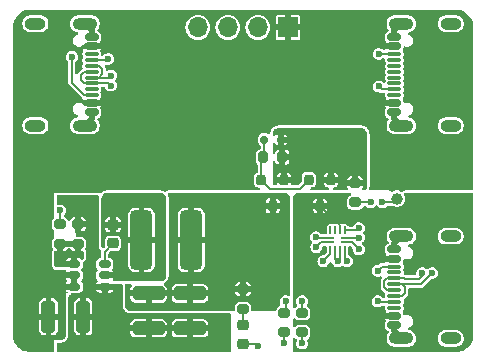
<source format=gbr>
G04 #@! TF.GenerationSoftware,KiCad,Pcbnew,8.0.8*
G04 #@! TF.CreationDate,2025-08-23T08:43:18-04:00*
G04 #@! TF.ProjectId,project-hw-usbc-mux-demux,70726f6a-6563-4742-9d68-772d75736263,rev?*
G04 #@! TF.SameCoordinates,Original*
G04 #@! TF.FileFunction,Copper,L1,Top*
G04 #@! TF.FilePolarity,Positive*
%FSLAX46Y46*%
G04 Gerber Fmt 4.6, Leading zero omitted, Abs format (unit mm)*
G04 Created by KiCad (PCBNEW 8.0.8) date 2025-08-23 08:43:18*
%MOMM*%
%LPD*%
G01*
G04 APERTURE LIST*
G04 Aperture macros list*
%AMRoundRect*
0 Rectangle with rounded corners*
0 $1 Rounding radius*
0 $2 $3 $4 $5 $6 $7 $8 $9 X,Y pos of 4 corners*
0 Add a 4 corners polygon primitive as box body*
4,1,4,$2,$3,$4,$5,$6,$7,$8,$9,$2,$3,0*
0 Add four circle primitives for the rounded corners*
1,1,$1+$1,$2,$3*
1,1,$1+$1,$4,$5*
1,1,$1+$1,$6,$7*
1,1,$1+$1,$8,$9*
0 Add four rect primitives between the rounded corners*
20,1,$1+$1,$2,$3,$4,$5,0*
20,1,$1+$1,$4,$5,$6,$7,0*
20,1,$1+$1,$6,$7,$8,$9,0*
20,1,$1+$1,$8,$9,$2,$3,0*%
G04 Aperture macros list end*
G04 #@! TA.AperFunction,SMDPad,CuDef*
%ADD10RoundRect,0.150000X0.415000X-0.150000X0.415000X0.150000X-0.415000X0.150000X-0.415000X-0.150000X0*%
G04 #@! TD*
G04 #@! TA.AperFunction,SMDPad,CuDef*
%ADD11RoundRect,0.075000X0.500000X-0.075000X0.500000X0.075000X-0.500000X0.075000X-0.500000X-0.075000X0*%
G04 #@! TD*
G04 #@! TA.AperFunction,HeatsinkPad*
%ADD12O,2.100000X1.000000*%
G04 #@! TD*
G04 #@! TA.AperFunction,HeatsinkPad*
%ADD13O,1.800000X1.000000*%
G04 #@! TD*
G04 #@! TA.AperFunction,SMDPad,CuDef*
%ADD14RoundRect,0.150000X-0.415000X0.150000X-0.415000X-0.150000X0.415000X-0.150000X0.415000X0.150000X0*%
G04 #@! TD*
G04 #@! TA.AperFunction,SMDPad,CuDef*
%ADD15RoundRect,0.075000X-0.500000X0.075000X-0.500000X-0.075000X0.500000X-0.075000X0.500000X0.075000X0*%
G04 #@! TD*
G04 #@! TA.AperFunction,SMDPad,CuDef*
%ADD16C,1.000000*%
G04 #@! TD*
G04 #@! TA.AperFunction,ComponentPad*
%ADD17R,1.700000X1.700000*%
G04 #@! TD*
G04 #@! TA.AperFunction,ComponentPad*
%ADD18O,1.700000X1.700000*%
G04 #@! TD*
G04 #@! TA.AperFunction,SMDPad,CuDef*
%ADD19RoundRect,0.050000X0.375000X0.050000X-0.375000X0.050000X-0.375000X-0.050000X0.375000X-0.050000X0*%
G04 #@! TD*
G04 #@! TA.AperFunction,SMDPad,CuDef*
%ADD20RoundRect,0.050000X0.050000X0.275000X-0.050000X0.275000X-0.050000X-0.275000X0.050000X-0.275000X0*%
G04 #@! TD*
G04 #@! TA.AperFunction,SMDPad,CuDef*
%ADD21RoundRect,0.150000X-0.375000X-0.150000X0.375000X-0.150000X0.375000X0.150000X-0.375000X0.150000X0*%
G04 #@! TD*
G04 #@! TA.AperFunction,SMDPad,CuDef*
%ADD22RoundRect,0.200000X-0.275000X0.200000X-0.275000X-0.200000X0.275000X-0.200000X0.275000X0.200000X0*%
G04 #@! TD*
G04 #@! TA.AperFunction,SMDPad,CuDef*
%ADD23RoundRect,0.200000X-0.200000X-0.275000X0.200000X-0.275000X0.200000X0.275000X-0.200000X0.275000X0*%
G04 #@! TD*
G04 #@! TA.AperFunction,SMDPad,CuDef*
%ADD24RoundRect,0.200000X0.275000X-0.200000X0.275000X0.200000X-0.275000X0.200000X-0.275000X-0.200000X0*%
G04 #@! TD*
G04 #@! TA.AperFunction,SMDPad,CuDef*
%ADD25RoundRect,0.200000X-0.200000X0.250000X-0.200000X-0.250000X0.200000X-0.250000X0.200000X0.250000X0*%
G04 #@! TD*
G04 #@! TA.AperFunction,SMDPad,CuDef*
%ADD26RoundRect,0.475000X-0.475000X-2.075000X0.475000X-2.075000X0.475000X2.075000X-0.475000X2.075000X0*%
G04 #@! TD*
G04 #@! TA.AperFunction,SMDPad,CuDef*
%ADD27RoundRect,0.150000X0.150000X0.200000X-0.150000X0.200000X-0.150000X-0.200000X0.150000X-0.200000X0*%
G04 #@! TD*
G04 #@! TA.AperFunction,SMDPad,CuDef*
%ADD28RoundRect,0.218750X0.256250X-0.218750X0.256250X0.218750X-0.256250X0.218750X-0.256250X-0.218750X0*%
G04 #@! TD*
G04 #@! TA.AperFunction,SMDPad,CuDef*
%ADD29RoundRect,0.250000X-1.100000X0.325000X-1.100000X-0.325000X1.100000X-0.325000X1.100000X0.325000X0*%
G04 #@! TD*
G04 #@! TA.AperFunction,SMDPad,CuDef*
%ADD30RoundRect,0.250000X-0.325000X-1.100000X0.325000X-1.100000X0.325000X1.100000X-0.325000X1.100000X0*%
G04 #@! TD*
G04 #@! TA.AperFunction,SMDPad,CuDef*
%ADD31RoundRect,0.225000X0.250000X-0.225000X0.250000X0.225000X-0.250000X0.225000X-0.250000X-0.225000X0*%
G04 #@! TD*
G04 #@! TA.AperFunction,ViaPad*
%ADD32C,0.600000*%
G04 #@! TD*
G04 #@! TA.AperFunction,Conductor*
%ADD33C,0.200000*%
G04 #@! TD*
G04 #@! TA.AperFunction,Conductor*
%ADD34C,0.500000*%
G04 #@! TD*
G04 APERTURE END LIST*
D10*
X62810000Y-47200000D03*
X62810000Y-46400000D03*
D11*
X62820000Y-45250000D03*
X62820000Y-44250000D03*
X62820000Y-43750000D03*
X62820000Y-42750000D03*
D10*
X62810000Y-41600000D03*
X62810000Y-40800000D03*
X62810000Y-40800000D03*
X62810000Y-41600000D03*
D11*
X62820000Y-42250000D03*
X62820000Y-43250000D03*
X62820000Y-44750000D03*
X62820000Y-45750000D03*
D10*
X62810000Y-46400000D03*
X62810000Y-47200000D03*
D12*
X63395000Y-48320000D03*
D13*
X67575000Y-48320000D03*
D12*
X63395000Y-39680000D03*
D13*
X67575000Y-39680000D03*
D10*
X62810000Y-29200000D03*
X62810000Y-28400000D03*
D11*
X62820000Y-27250000D03*
X62820000Y-26250000D03*
X62820000Y-25750000D03*
X62820000Y-24750000D03*
D10*
X62810000Y-23600000D03*
X62810000Y-22800000D03*
X62810000Y-22800000D03*
X62810000Y-23600000D03*
D11*
X62820000Y-24250000D03*
X62820000Y-25250000D03*
X62820000Y-26750000D03*
X62820000Y-27750000D03*
D10*
X62810000Y-28400000D03*
X62810000Y-29200000D03*
D12*
X63395000Y-30320000D03*
D13*
X67575000Y-30320000D03*
D12*
X63395000Y-21680000D03*
D13*
X67575000Y-21680000D03*
D14*
X37190000Y-22800000D03*
X37190000Y-23600000D03*
D15*
X37180000Y-24750000D03*
X37180000Y-25750000D03*
X37180000Y-26250000D03*
X37180000Y-27250000D03*
D14*
X37190000Y-28400000D03*
X37190000Y-29200000D03*
X37190000Y-29200000D03*
X37190000Y-28400000D03*
D15*
X37180000Y-27750000D03*
X37180000Y-26750000D03*
X37180000Y-25250000D03*
X37180000Y-24250000D03*
D14*
X37190000Y-23600000D03*
X37190000Y-22800000D03*
D12*
X36605000Y-21680000D03*
D13*
X32425000Y-21680000D03*
D12*
X36605000Y-30320000D03*
D13*
X32425000Y-30320000D03*
D16*
X63000000Y-36500000D03*
D17*
X53800000Y-22000000D03*
D18*
X51260000Y-22000000D03*
X48720000Y-22000000D03*
X46180000Y-22000000D03*
D19*
X58725000Y-40200000D03*
X58725000Y-39800000D03*
D20*
X58600000Y-39175000D03*
X58200000Y-39175000D03*
X57800000Y-39175000D03*
X57400000Y-39175000D03*
D19*
X57275000Y-39800000D03*
X57275000Y-40200000D03*
D20*
X57400000Y-40825000D03*
X57800000Y-40825000D03*
X58200000Y-40825000D03*
X58600000Y-40825000D03*
D21*
X35700000Y-42050000D03*
X35700000Y-43000000D03*
X35700000Y-43950000D03*
X38300000Y-43950000D03*
X38300000Y-43000000D03*
X38300000Y-42050000D03*
D22*
X50000000Y-45825000D03*
X50000000Y-44175000D03*
X53500000Y-46175000D03*
X53500000Y-47825000D03*
X55000000Y-46175000D03*
X55000000Y-47825000D03*
X59500000Y-36825000D03*
X59500000Y-35175000D03*
D23*
X53325000Y-33000000D03*
X51675000Y-33000000D03*
D24*
X36000000Y-40325000D03*
X36000000Y-38675000D03*
D22*
X34500000Y-38675000D03*
X34500000Y-40325000D03*
D25*
X56500000Y-37100000D03*
X55550000Y-34900000D03*
X57450000Y-34900000D03*
X52500000Y-37100000D03*
X51550000Y-34900000D03*
X53450000Y-34900000D03*
D26*
X41400000Y-40000000D03*
X45600000Y-40000000D03*
D27*
X53200000Y-31500000D03*
X51800000Y-31500000D03*
D28*
X50000000Y-47212500D03*
X50000000Y-48787500D03*
D29*
X45500000Y-44525000D03*
X45500000Y-47475000D03*
D30*
X33525000Y-46500000D03*
X36475000Y-46500000D03*
D31*
X39000000Y-40275000D03*
X39000000Y-38725000D03*
D29*
X42000000Y-44525000D03*
X42000000Y-47475000D03*
D32*
X37200000Y-38700000D03*
X34500000Y-37500000D03*
X61800000Y-36800000D03*
X59800000Y-39000000D03*
X52200000Y-45200000D03*
X58800000Y-41800000D03*
X61400000Y-42600000D03*
X59800000Y-39800000D03*
X61400000Y-45200000D03*
X59800000Y-40800000D03*
X53600000Y-45200000D03*
X56175735Y-39775735D03*
X55000000Y-45200000D03*
X56200000Y-40600000D03*
X66025000Y-42800000D03*
X65175000Y-42800000D03*
X38800000Y-26925000D03*
X38800000Y-26075000D03*
X36000000Y-37500000D03*
X49000000Y-38000000D03*
X49000000Y-39000000D03*
X49000000Y-40000000D03*
X49000000Y-41000000D03*
X49000000Y-42000000D03*
X48000000Y-42000000D03*
X48000000Y-41000000D03*
X48000000Y-40000000D03*
X48000000Y-39000000D03*
X48000000Y-38000000D03*
X55000000Y-48750000D03*
X53500000Y-48750000D03*
X51250000Y-49000000D03*
X60800000Y-36800000D03*
X56800000Y-41800000D03*
X58000000Y-41800000D03*
X61500000Y-24250000D03*
X35500000Y-24500000D03*
X61500000Y-27000000D03*
X38573818Y-24675000D03*
X40000000Y-48000000D03*
X40000000Y-47000000D03*
X42500000Y-48750000D03*
X41500000Y-48750000D03*
X46000000Y-48750000D03*
X45000000Y-48750000D03*
X37000000Y-43500000D03*
X37000000Y-42500000D03*
X37750000Y-47000000D03*
X37750000Y-46000000D03*
X38750000Y-45000000D03*
X38000000Y-45000000D03*
D33*
X34500000Y-38675000D02*
X34500000Y-37500000D01*
X57800000Y-41600000D02*
X57800000Y-40825000D01*
X58000000Y-41800000D02*
X58200000Y-41600000D01*
X58200000Y-41600000D02*
X58200000Y-40825000D01*
X58000000Y-41800000D02*
X57800000Y-41600000D01*
X58600000Y-39175000D02*
X59625000Y-39175000D01*
X59625000Y-39175000D02*
X59800000Y-39000000D01*
X62700000Y-36800000D02*
X63000000Y-36500000D01*
X61800000Y-36800000D02*
X62700000Y-36800000D01*
X60800000Y-36800000D02*
X59525000Y-36800000D01*
X59525000Y-36800000D02*
X59500000Y-36825000D01*
X58600000Y-40825000D02*
X58600000Y-41600000D01*
X58600000Y-41600000D02*
X58800000Y-41800000D01*
X61750000Y-42250000D02*
X62820000Y-42250000D01*
X61400000Y-42600000D02*
X61750000Y-42250000D01*
X58725000Y-39800000D02*
X59800000Y-39800000D01*
X58725000Y-40200000D02*
X59200000Y-40200000D01*
X61400000Y-45200000D02*
X61450000Y-45250000D01*
X59200000Y-40200000D02*
X59800000Y-40800000D01*
X61450000Y-45250000D02*
X62820000Y-45250000D01*
X58200000Y-39175000D02*
X58200000Y-38753640D01*
X58200000Y-38753640D02*
X56546360Y-37100000D01*
X56546360Y-37100000D02*
X56500000Y-37100000D01*
X56800000Y-41800000D02*
X57400000Y-41200000D01*
X57400000Y-41200000D02*
X57400000Y-40825000D01*
X57275000Y-39800000D02*
X56200000Y-39800000D01*
X56200000Y-39800000D02*
X56175735Y-39775735D01*
X53600000Y-45200000D02*
X53600000Y-46075000D01*
X53600000Y-46075000D02*
X53500000Y-46175000D01*
X57275000Y-40200000D02*
X56600000Y-40200000D01*
X56600000Y-40200000D02*
X56200000Y-40600000D01*
X55000000Y-45200000D02*
X55000000Y-46175000D01*
X37180000Y-25750000D02*
X36572590Y-25750000D01*
X36572590Y-25750000D02*
X36305000Y-26017590D01*
X36305000Y-26017590D02*
X36305000Y-26482410D01*
X36305000Y-26482410D02*
X36572590Y-26750000D01*
X36572590Y-26750000D02*
X37180000Y-26750000D01*
X37180000Y-26250000D02*
X37787410Y-26250000D01*
X37787410Y-26250000D02*
X38055000Y-25982410D01*
X38055000Y-25982410D02*
X38055000Y-25517590D01*
X38055000Y-25517590D02*
X37787410Y-25250000D01*
X37787410Y-25250000D02*
X37180000Y-25250000D01*
X62820000Y-44750000D02*
X63427410Y-44750000D01*
X63695000Y-44482410D02*
X63695000Y-44017590D01*
X63427410Y-44750000D02*
X63695000Y-44482410D01*
X63695000Y-44017590D02*
X63427410Y-43750000D01*
X63427410Y-43750000D02*
X62820000Y-43750000D01*
X62820000Y-44250000D02*
X62212590Y-44250000D01*
X62212590Y-44250000D02*
X61945000Y-43982410D01*
X61945000Y-43982410D02*
X61945000Y-43455000D01*
X61945000Y-43455000D02*
X62150000Y-43250000D01*
X62150000Y-43250000D02*
X62820000Y-43250000D01*
X65175000Y-42800000D02*
X65175000Y-43013603D01*
X63707501Y-43725000D02*
X63682501Y-43750000D01*
X65175000Y-43013603D02*
X64913603Y-43275000D01*
X65100000Y-43725000D02*
X63707501Y-43725000D01*
X64913603Y-43275000D02*
X63707501Y-43275000D01*
X63682501Y-43750000D02*
X62820000Y-43750000D01*
X63707501Y-43275000D02*
X63682501Y-43250000D01*
X63682501Y-43250000D02*
X62820000Y-43250000D01*
X66025000Y-42800000D02*
X65100000Y-43725000D01*
X38600001Y-26725001D02*
X38800000Y-26925000D01*
X37180000Y-26250000D02*
X37204999Y-26274999D01*
X37180000Y-26750000D02*
X37204999Y-26725001D01*
X37204999Y-26725001D02*
X38600001Y-26725001D01*
X37204999Y-26274999D02*
X38600001Y-26274999D01*
X38600001Y-26274999D02*
X38800000Y-26075000D01*
D34*
X37180000Y-29200000D02*
X37180000Y-29745000D01*
X37180000Y-29745000D02*
X36605000Y-30320000D01*
X37180000Y-22800000D02*
X37180000Y-22255000D01*
X37180000Y-22255000D02*
X36605000Y-21680000D01*
X62820000Y-29200000D02*
X62820000Y-29745000D01*
X62820000Y-29745000D02*
X63395000Y-30320000D01*
X62820000Y-22800000D02*
X62820000Y-22255000D01*
X62820000Y-22255000D02*
X63395000Y-21680000D01*
X62820000Y-47200000D02*
X62820000Y-47745000D01*
X62820000Y-47745000D02*
X63395000Y-48320000D01*
X62820000Y-40800000D02*
X62820000Y-40255000D01*
X62820000Y-40255000D02*
X63395000Y-39680000D01*
D33*
X50000000Y-45825000D02*
X50000000Y-47212500D01*
X55000000Y-47825000D02*
X55000000Y-48750000D01*
X53500000Y-47825000D02*
X53500000Y-48750000D01*
X51037500Y-48787500D02*
X51250000Y-49000000D01*
X50000000Y-48787500D02*
X51037500Y-48787500D01*
X35500000Y-26677410D02*
X36572590Y-27750000D01*
X35500000Y-24500000D02*
X35500000Y-26677410D01*
X36572590Y-27750000D02*
X37180000Y-27750000D01*
X61500000Y-24250000D02*
X62820000Y-24250000D01*
X37180000Y-24750000D02*
X38498818Y-24750000D01*
X38498818Y-24750000D02*
X38573818Y-24675000D01*
X61500000Y-27000000D02*
X61750000Y-27250000D01*
X61750000Y-27250000D02*
X62820000Y-27250000D01*
X51550000Y-34900000D02*
X52300000Y-35650000D01*
X52300000Y-35650000D02*
X54800000Y-35650000D01*
X54800000Y-35650000D02*
X55550000Y-34900000D01*
X51675000Y-33000000D02*
X51800000Y-32875000D01*
X51800000Y-32875000D02*
X51800000Y-31500000D01*
X51550000Y-34900000D02*
X51550000Y-33125000D01*
X51550000Y-33125000D02*
X51675000Y-33000000D01*
X38300000Y-42050000D02*
X38300000Y-40975000D01*
X38300000Y-40975000D02*
X39000000Y-40275000D01*
G04 #@! TA.AperFunction,Conductor*
G36*
X53508059Y-36001061D02*
G01*
X53613223Y-36014906D01*
X53644491Y-36023284D01*
X53734918Y-36060740D01*
X53762952Y-36076925D01*
X53840602Y-36136509D01*
X53863491Y-36159398D01*
X53923074Y-36237048D01*
X53939259Y-36265081D01*
X53976715Y-36355508D01*
X53985093Y-36386775D01*
X53994795Y-36460467D01*
X53995590Y-36484765D01*
X53994941Y-36494658D01*
X53994940Y-36494675D01*
X53994940Y-36494682D01*
X53994603Y-36505000D01*
X53994500Y-36508138D01*
X53994500Y-44631494D01*
X53974815Y-44698533D01*
X53922011Y-44744288D01*
X53852853Y-44754232D01*
X53819070Y-44741644D01*
X53818118Y-44743730D01*
X53810050Y-44740045D01*
X53671963Y-44699500D01*
X53671961Y-44699500D01*
X53528039Y-44699500D01*
X53528036Y-44699500D01*
X53389949Y-44740045D01*
X53268873Y-44817856D01*
X53174623Y-44926626D01*
X53174622Y-44926628D01*
X53114834Y-45057543D01*
X53094353Y-45200000D01*
X53114834Y-45342457D01*
X53114835Y-45342458D01*
X53154096Y-45428428D01*
X53164040Y-45497586D01*
X53135015Y-45561142D01*
X53097598Y-45590422D01*
X52986658Y-45646950D01*
X52986657Y-45646951D01*
X52986652Y-45646954D01*
X52896954Y-45736652D01*
X52896951Y-45736657D01*
X52896950Y-45736658D01*
X52883553Y-45762951D01*
X52839352Y-45849698D01*
X52832115Y-45895398D01*
X52802186Y-45958532D01*
X52742875Y-45995464D01*
X52709642Y-46000000D01*
X50799500Y-46000000D01*
X50732461Y-45980315D01*
X50686706Y-45927511D01*
X50675500Y-45876000D01*
X50675499Y-45593482D01*
X50673703Y-45582143D01*
X50660646Y-45499696D01*
X50603050Y-45386658D01*
X50603046Y-45386654D01*
X50603045Y-45386652D01*
X50513347Y-45296954D01*
X50513344Y-45296952D01*
X50513342Y-45296950D01*
X50425802Y-45252346D01*
X50400301Y-45239352D01*
X50306524Y-45224500D01*
X49693482Y-45224500D01*
X49612519Y-45237323D01*
X49599696Y-45239354D01*
X49486658Y-45296950D01*
X49486657Y-45296951D01*
X49486652Y-45296954D01*
X49396954Y-45386652D01*
X49396951Y-45386657D01*
X49396950Y-45386658D01*
X49387880Y-45404459D01*
X49339352Y-45499698D01*
X49324500Y-45593475D01*
X49324500Y-45593480D01*
X49324500Y-45593481D01*
X49324500Y-45815277D01*
X49324501Y-45876000D01*
X49304817Y-45943039D01*
X49252013Y-45988794D01*
X49200501Y-46000000D01*
X40508126Y-46000000D01*
X40491941Y-45998939D01*
X40478917Y-45997224D01*
X40386775Y-45985093D01*
X40355508Y-45976715D01*
X40265081Y-45939259D01*
X40237048Y-45923074D01*
X40159398Y-45863491D01*
X40136508Y-45840601D01*
X40076925Y-45762951D01*
X40060740Y-45734918D01*
X40023284Y-45644491D01*
X40014906Y-45613223D01*
X40001061Y-45508059D01*
X40000000Y-45491874D01*
X40000000Y-44904196D01*
X40450001Y-44904196D01*
X40452851Y-44934606D01*
X40497653Y-45062645D01*
X40578207Y-45171792D01*
X40687354Y-45252346D01*
X40815397Y-45297149D01*
X40845792Y-45299999D01*
X41749999Y-45299999D01*
X42250000Y-45299999D01*
X43154196Y-45299999D01*
X43184606Y-45297148D01*
X43312645Y-45252346D01*
X43421792Y-45171792D01*
X43502346Y-45062645D01*
X43547149Y-44934604D01*
X43547149Y-44934600D01*
X43550000Y-44904206D01*
X43550000Y-44904196D01*
X43950001Y-44904196D01*
X43952851Y-44934606D01*
X43997653Y-45062645D01*
X44078207Y-45171792D01*
X44187354Y-45252346D01*
X44315397Y-45297149D01*
X44345792Y-45299999D01*
X45249999Y-45299999D01*
X45750000Y-45299999D01*
X46654196Y-45299999D01*
X46684606Y-45297148D01*
X46812645Y-45252346D01*
X46921792Y-45171792D01*
X47002346Y-45062645D01*
X47047149Y-44934604D01*
X47047149Y-44934600D01*
X47050000Y-44904206D01*
X47050000Y-44775000D01*
X45750000Y-44775000D01*
X45750000Y-45299999D01*
X45249999Y-45299999D01*
X45250000Y-45299998D01*
X45250000Y-44775000D01*
X43950001Y-44775000D01*
X43950001Y-44904196D01*
X43550000Y-44904196D01*
X43550000Y-44775000D01*
X42250000Y-44775000D01*
X42250000Y-45299999D01*
X41749999Y-45299999D01*
X41750000Y-45299998D01*
X41750000Y-44775000D01*
X40450001Y-44775000D01*
X40450001Y-44904196D01*
X40000000Y-44904196D01*
X40000000Y-44425000D01*
X49327935Y-44425000D01*
X49339835Y-44500149D01*
X49339837Y-44500155D01*
X49397356Y-44613041D01*
X49397363Y-44613050D01*
X49486949Y-44702636D01*
X49486953Y-44702639D01*
X49599855Y-44760166D01*
X49693514Y-44774999D01*
X50250000Y-44774999D01*
X50306479Y-44774999D01*
X50400149Y-44760164D01*
X50400155Y-44760162D01*
X50513041Y-44702643D01*
X50513050Y-44702636D01*
X50602636Y-44613050D01*
X50602639Y-44613046D01*
X50660166Y-44500144D01*
X50672068Y-44425000D01*
X50250000Y-44425000D01*
X50250000Y-44774999D01*
X49693514Y-44774999D01*
X49749999Y-44774998D01*
X49750000Y-44774998D01*
X49750000Y-44425000D01*
X49327935Y-44425000D01*
X40000000Y-44425000D01*
X40000000Y-43829500D01*
X40019685Y-43762461D01*
X40072489Y-43716706D01*
X40124000Y-43705500D01*
X40460041Y-43705500D01*
X40527080Y-43725185D01*
X40572835Y-43777989D01*
X40582779Y-43847147D01*
X40559811Y-43903133D01*
X40497655Y-43987351D01*
X40497653Y-43987354D01*
X40452850Y-44115395D01*
X40452850Y-44115399D01*
X40450000Y-44145793D01*
X40450000Y-44275000D01*
X43549999Y-44275000D01*
X43549999Y-44145803D01*
X43549998Y-44145793D01*
X43950000Y-44145793D01*
X43950000Y-44275000D01*
X45250000Y-44275000D01*
X45750000Y-44275000D01*
X47049999Y-44275000D01*
X47049999Y-44145803D01*
X47047148Y-44115393D01*
X47002346Y-43987354D01*
X46956327Y-43925000D01*
X49327932Y-43925000D01*
X49750000Y-43925000D01*
X50250000Y-43925000D01*
X50672065Y-43925000D01*
X50660164Y-43849850D01*
X50660162Y-43849844D01*
X50602643Y-43736958D01*
X50602636Y-43736949D01*
X50513050Y-43647363D01*
X50513046Y-43647360D01*
X50400144Y-43589833D01*
X50306486Y-43575000D01*
X50250000Y-43575000D01*
X50250000Y-43925000D01*
X49750000Y-43925000D01*
X49750000Y-43575000D01*
X49749999Y-43574999D01*
X49693521Y-43575000D01*
X49599849Y-43589835D01*
X49599844Y-43589837D01*
X49486958Y-43647356D01*
X49486949Y-43647363D01*
X49397363Y-43736949D01*
X49397360Y-43736953D01*
X49339833Y-43849855D01*
X49327932Y-43925000D01*
X46956327Y-43925000D01*
X46921792Y-43878207D01*
X46812645Y-43797653D01*
X46684602Y-43752850D01*
X46654207Y-43750000D01*
X45750000Y-43750000D01*
X45750000Y-44275000D01*
X45250000Y-44275000D01*
X45250000Y-43750000D01*
X44345803Y-43750000D01*
X44315393Y-43752851D01*
X44187354Y-43797653D01*
X44078207Y-43878207D01*
X43997653Y-43987354D01*
X43952850Y-44115395D01*
X43952850Y-44115399D01*
X43950000Y-44145793D01*
X43549998Y-44145793D01*
X43547148Y-44115393D01*
X43502346Y-43987354D01*
X43421792Y-43878207D01*
X43338843Y-43816988D01*
X43296592Y-43761340D01*
X43291134Y-43691684D01*
X43324202Y-43630135D01*
X43350475Y-43609833D01*
X43365702Y-43601042D01*
X43388052Y-43586108D01*
X43465702Y-43526525D01*
X43485911Y-43508801D01*
X43508801Y-43485911D01*
X43526525Y-43465702D01*
X43586108Y-43388052D01*
X43601042Y-43365702D01*
X43617227Y-43337669D01*
X43629116Y-43313559D01*
X43666572Y-43223132D01*
X43675213Y-43197679D01*
X43683591Y-43166412D01*
X43688835Y-43140049D01*
X43702681Y-43034885D01*
X43703999Y-43021502D01*
X43705060Y-43005316D01*
X43705500Y-42991874D01*
X43705500Y-42129566D01*
X44450001Y-42129566D01*
X44456178Y-42197561D01*
X44456181Y-42197572D01*
X44504944Y-42354060D01*
X44504946Y-42354064D01*
X44589743Y-42494337D01*
X44589747Y-42494342D01*
X44705657Y-42610252D01*
X44705662Y-42610256D01*
X44845934Y-42695052D01*
X45002437Y-42743820D01*
X45070443Y-42749999D01*
X45349999Y-42749999D01*
X45850000Y-42749999D01*
X46129565Y-42749999D01*
X46197561Y-42743821D01*
X46197572Y-42743818D01*
X46354060Y-42695055D01*
X46354064Y-42695053D01*
X46494337Y-42610256D01*
X46494342Y-42610252D01*
X46610252Y-42494342D01*
X46610256Y-42494337D01*
X46695052Y-42354065D01*
X46743820Y-42197562D01*
X46750000Y-42129556D01*
X46750000Y-40250000D01*
X45850000Y-40250000D01*
X45850000Y-42749999D01*
X45349999Y-42749999D01*
X45350000Y-42749998D01*
X45350000Y-40250000D01*
X44450001Y-40250000D01*
X44450001Y-42129566D01*
X43705500Y-42129566D01*
X43705500Y-37870443D01*
X44450000Y-37870443D01*
X44450000Y-39750000D01*
X45350000Y-39750000D01*
X45850000Y-39750000D01*
X46749999Y-39750000D01*
X46749999Y-37870433D01*
X46743821Y-37802438D01*
X46743818Y-37802427D01*
X46695055Y-37645939D01*
X46695053Y-37645935D01*
X46610256Y-37505662D01*
X46610252Y-37505657D01*
X46494342Y-37389747D01*
X46494337Y-37389743D01*
X46480666Y-37381479D01*
X51900001Y-37381479D01*
X51914835Y-37475149D01*
X51914837Y-37475155D01*
X51972356Y-37588041D01*
X51972363Y-37588050D01*
X52061949Y-37677636D01*
X52061958Y-37677643D01*
X52174844Y-37735162D01*
X52174850Y-37735164D01*
X52250000Y-37747065D01*
X52250000Y-37747064D01*
X52750000Y-37747064D01*
X52825149Y-37735164D01*
X52825155Y-37735162D01*
X52938041Y-37677643D01*
X52938050Y-37677636D01*
X53027636Y-37588050D01*
X53027639Y-37588046D01*
X53085166Y-37475144D01*
X53100000Y-37381486D01*
X53100000Y-37350000D01*
X52750000Y-37350000D01*
X52750000Y-37747064D01*
X52250000Y-37747064D01*
X52250000Y-37350000D01*
X51900001Y-37350000D01*
X51900001Y-37381479D01*
X46480666Y-37381479D01*
X46354065Y-37304947D01*
X46197562Y-37256179D01*
X46129556Y-37250000D01*
X45850000Y-37250000D01*
X45850000Y-39750000D01*
X45350000Y-39750000D01*
X45350000Y-37250000D01*
X45070433Y-37250000D01*
X45002438Y-37256178D01*
X45002427Y-37256181D01*
X44845939Y-37304944D01*
X44845935Y-37304946D01*
X44705662Y-37389743D01*
X44705657Y-37389747D01*
X44589747Y-37505657D01*
X44589743Y-37505662D01*
X44504947Y-37645934D01*
X44456179Y-37802437D01*
X44450000Y-37870443D01*
X43705500Y-37870443D01*
X43705500Y-36818513D01*
X51900000Y-36818513D01*
X51900000Y-36850000D01*
X52250000Y-36850000D01*
X52750000Y-36850000D01*
X53099999Y-36850000D01*
X53099999Y-36818520D01*
X53085164Y-36724850D01*
X53085162Y-36724844D01*
X53027643Y-36611958D01*
X53027636Y-36611949D01*
X52938050Y-36522363D01*
X52938046Y-36522360D01*
X52825144Y-36464833D01*
X52750000Y-36452932D01*
X52750000Y-36850000D01*
X52250000Y-36850000D01*
X52250000Y-36452932D01*
X52174855Y-36464833D01*
X52061953Y-36522360D01*
X52061949Y-36522363D01*
X51972363Y-36611949D01*
X51972360Y-36611953D01*
X51914833Y-36724855D01*
X51900000Y-36818513D01*
X43705500Y-36818513D01*
X43705500Y-36508125D01*
X43705060Y-36494683D01*
X43703999Y-36478497D01*
X43702681Y-36465114D01*
X43688835Y-36359950D01*
X43683591Y-36333587D01*
X43675213Y-36302320D01*
X43666572Y-36276867D01*
X43653348Y-36244941D01*
X43629117Y-36186441D01*
X43629117Y-36186440D01*
X43625369Y-36178840D01*
X43613375Y-36110007D01*
X43640499Y-36045617D01*
X43698129Y-36006113D01*
X43736583Y-36000000D01*
X53491874Y-36000000D01*
X53508059Y-36001061D01*
G37*
G04 #@! TD.AperFunction*
G04 #@! TA.AperFunction,Conductor*
G36*
X43008059Y-36001061D02*
G01*
X43113223Y-36014906D01*
X43144491Y-36023284D01*
X43234918Y-36060740D01*
X43262952Y-36076925D01*
X43340602Y-36136509D01*
X43363491Y-36159398D01*
X43423074Y-36237048D01*
X43439259Y-36265081D01*
X43476715Y-36355508D01*
X43485093Y-36386775D01*
X43498939Y-36491939D01*
X43500000Y-36508125D01*
X43500000Y-42991874D01*
X43498939Y-43008060D01*
X43485093Y-43113224D01*
X43476715Y-43144491D01*
X43439259Y-43234918D01*
X43423074Y-43262951D01*
X43363491Y-43340601D01*
X43340601Y-43363491D01*
X43262951Y-43423074D01*
X43234918Y-43439259D01*
X43144491Y-43476715D01*
X43113224Y-43485093D01*
X43019398Y-43497446D01*
X43008058Y-43498939D01*
X42991874Y-43500000D01*
X39500000Y-43500000D01*
X39092126Y-43500000D01*
X39025087Y-43480315D01*
X38979332Y-43427511D01*
X38969388Y-43358353D01*
X38980725Y-43321540D01*
X39015088Y-43251247D01*
X39015270Y-43250000D01*
X38424000Y-43250000D01*
X38356961Y-43230315D01*
X38311206Y-43177511D01*
X38300000Y-43126000D01*
X38300000Y-42874000D01*
X38319685Y-42806961D01*
X38372489Y-42761206D01*
X38424000Y-42750000D01*
X39015270Y-42750000D01*
X39015270Y-42749999D01*
X39015088Y-42748750D01*
X38963787Y-42643811D01*
X38933010Y-42613034D01*
X38899525Y-42551711D01*
X38904509Y-42482019D01*
X38933010Y-42437672D01*
X38964196Y-42406485D01*
X38964198Y-42406483D01*
X39015573Y-42301393D01*
X39025500Y-42233260D01*
X39025500Y-42129566D01*
X40250001Y-42129566D01*
X40256178Y-42197561D01*
X40256181Y-42197572D01*
X40304944Y-42354060D01*
X40304946Y-42354064D01*
X40389743Y-42494337D01*
X40389747Y-42494342D01*
X40505657Y-42610252D01*
X40505662Y-42610256D01*
X40645934Y-42695052D01*
X40802437Y-42743820D01*
X40870443Y-42749999D01*
X41149999Y-42749999D01*
X41650000Y-42749999D01*
X41929565Y-42749999D01*
X41997561Y-42743821D01*
X41997572Y-42743818D01*
X42154060Y-42695055D01*
X42154064Y-42695053D01*
X42294337Y-42610256D01*
X42294342Y-42610252D01*
X42410252Y-42494342D01*
X42410256Y-42494337D01*
X42495052Y-42354065D01*
X42543820Y-42197562D01*
X42550000Y-42129556D01*
X42550000Y-40250000D01*
X41650000Y-40250000D01*
X41650000Y-42749999D01*
X41149999Y-42749999D01*
X41150000Y-42749998D01*
X41150000Y-40250000D01*
X40250001Y-40250000D01*
X40250001Y-42129566D01*
X39025500Y-42129566D01*
X39025500Y-41866740D01*
X39015573Y-41798607D01*
X38964198Y-41693517D01*
X38964196Y-41693515D01*
X38964196Y-41693514D01*
X38881485Y-41610803D01*
X38776391Y-41559426D01*
X38706622Y-41549261D01*
X38643121Y-41520117D01*
X38605457Y-41461268D01*
X38600500Y-41426557D01*
X38600500Y-41150833D01*
X38620185Y-41083794D01*
X38636819Y-41063152D01*
X38738152Y-40961819D01*
X38799475Y-40928334D01*
X38825833Y-40925500D01*
X39283493Y-40925500D01*
X39383121Y-40909720D01*
X39383121Y-40909719D01*
X39383126Y-40909719D01*
X39503220Y-40848528D01*
X39598528Y-40753220D01*
X39659719Y-40633126D01*
X39661010Y-40624977D01*
X39675500Y-40533493D01*
X39675500Y-40016506D01*
X39659720Y-39916878D01*
X39659719Y-39916876D01*
X39659719Y-39916874D01*
X39598528Y-39796780D01*
X39598526Y-39796778D01*
X39598523Y-39796774D01*
X39503225Y-39701476D01*
X39503221Y-39701473D01*
X39503220Y-39701472D01*
X39383126Y-39640281D01*
X39383124Y-39640280D01*
X39383121Y-39640279D01*
X39283493Y-39624500D01*
X39283488Y-39624500D01*
X38716512Y-39624500D01*
X38716507Y-39624500D01*
X38616878Y-39640279D01*
X38496778Y-39701473D01*
X38496774Y-39701476D01*
X38401476Y-39796774D01*
X38401473Y-39796778D01*
X38340279Y-39916878D01*
X38324500Y-40016506D01*
X38324500Y-40474167D01*
X38304815Y-40541206D01*
X38288181Y-40561848D01*
X38211681Y-40638348D01*
X38150358Y-40671833D01*
X38080666Y-40666849D01*
X38024733Y-40624977D01*
X38000316Y-40559513D01*
X38000000Y-40550667D01*
X38000000Y-38983449D01*
X38325001Y-38983449D01*
X38340762Y-39082967D01*
X38401883Y-39202923D01*
X38401886Y-39202928D01*
X38497071Y-39298113D01*
X38497076Y-39298116D01*
X38617034Y-39359239D01*
X38617033Y-39359239D01*
X38716543Y-39374999D01*
X39250000Y-39374999D01*
X39283449Y-39374999D01*
X39382967Y-39359237D01*
X39502923Y-39298116D01*
X39502928Y-39298113D01*
X39598113Y-39202928D01*
X39598116Y-39202923D01*
X39659239Y-39082966D01*
X39675000Y-38983456D01*
X39675000Y-38975000D01*
X39250000Y-38975000D01*
X39250000Y-39374999D01*
X38716543Y-39374999D01*
X38750000Y-39374998D01*
X38750000Y-38975000D01*
X38325001Y-38975000D01*
X38325001Y-38983449D01*
X38000000Y-38983449D01*
X38000000Y-38466543D01*
X38325000Y-38466543D01*
X38325000Y-38475000D01*
X38750000Y-38475000D01*
X39250000Y-38475000D01*
X39674999Y-38475000D01*
X39674999Y-38466550D01*
X39659237Y-38367032D01*
X39598116Y-38247076D01*
X39598113Y-38247071D01*
X39502928Y-38151886D01*
X39502923Y-38151883D01*
X39382965Y-38090760D01*
X39382966Y-38090760D01*
X39283456Y-38075000D01*
X39250000Y-38075000D01*
X39250000Y-38475000D01*
X38750000Y-38475000D01*
X38750000Y-38074999D01*
X38716555Y-38075000D01*
X38617032Y-38090762D01*
X38497076Y-38151883D01*
X38497071Y-38151886D01*
X38401886Y-38247071D01*
X38401883Y-38247076D01*
X38340760Y-38367033D01*
X38325000Y-38466543D01*
X38000000Y-38466543D01*
X38000000Y-37870443D01*
X40250000Y-37870443D01*
X40250000Y-39750000D01*
X41150000Y-39750000D01*
X41650000Y-39750000D01*
X42549999Y-39750000D01*
X42549999Y-37870433D01*
X42543821Y-37802438D01*
X42543818Y-37802427D01*
X42495055Y-37645939D01*
X42495053Y-37645935D01*
X42410256Y-37505662D01*
X42410252Y-37505657D01*
X42294342Y-37389747D01*
X42294337Y-37389743D01*
X42154065Y-37304947D01*
X41997562Y-37256179D01*
X41929556Y-37250000D01*
X41650000Y-37250000D01*
X41650000Y-39750000D01*
X41150000Y-39750000D01*
X41150000Y-37250000D01*
X40870433Y-37250000D01*
X40802438Y-37256178D01*
X40802427Y-37256181D01*
X40645939Y-37304944D01*
X40645935Y-37304946D01*
X40505662Y-37389743D01*
X40505657Y-37389747D01*
X40389747Y-37505657D01*
X40389743Y-37505662D01*
X40304947Y-37645934D01*
X40256179Y-37802437D01*
X40250000Y-37870443D01*
X38000000Y-37870443D01*
X38000000Y-36508125D01*
X38001061Y-36491940D01*
X38014906Y-36386776D01*
X38023284Y-36355508D01*
X38060740Y-36265081D01*
X38076923Y-36237050D01*
X38136513Y-36159392D01*
X38159392Y-36136513D01*
X38237050Y-36076923D01*
X38265079Y-36060740D01*
X38355509Y-36023283D01*
X38386775Y-36014906D01*
X38491941Y-36001061D01*
X38508126Y-36000000D01*
X42991874Y-36000000D01*
X43008059Y-36001061D01*
G37*
G04 #@! TD.AperFunction*
G04 #@! TA.AperFunction,Conductor*
G36*
X35314974Y-40075000D02*
G01*
X35876000Y-40075000D01*
X35943039Y-40094685D01*
X35988794Y-40147489D01*
X36000000Y-40199000D01*
X36000000Y-40325000D01*
X36126000Y-40325000D01*
X36193039Y-40344685D01*
X36238794Y-40397489D01*
X36250000Y-40449000D01*
X36250000Y-40924999D01*
X36306483Y-40924999D01*
X36356602Y-40917061D01*
X36425896Y-40926016D01*
X36479348Y-40971012D01*
X36499987Y-41037763D01*
X36500000Y-41039534D01*
X36500000Y-41530662D01*
X36480315Y-41597701D01*
X36427511Y-41643456D01*
X36358353Y-41653400D01*
X36294797Y-41624375D01*
X36288319Y-41618343D01*
X36281188Y-41611212D01*
X36176251Y-41559912D01*
X36176248Y-41559911D01*
X36108220Y-41550000D01*
X35950000Y-41550000D01*
X35950000Y-41926000D01*
X35930315Y-41993039D01*
X35877511Y-42038794D01*
X35826000Y-42050000D01*
X35700000Y-42050000D01*
X35700000Y-42176000D01*
X35680315Y-42243039D01*
X35627511Y-42288794D01*
X35576000Y-42300000D01*
X34954993Y-42300000D01*
X34937351Y-42298738D01*
X34907874Y-42294500D01*
X34168274Y-42294500D01*
X34101235Y-42274815D01*
X34055480Y-42222011D01*
X34053713Y-42217953D01*
X34023284Y-42144491D01*
X34014906Y-42113223D01*
X34001061Y-42008059D01*
X34000000Y-41991874D01*
X34000000Y-41799999D01*
X34984729Y-41799999D01*
X34984730Y-41800000D01*
X35450000Y-41800000D01*
X35450000Y-41550000D01*
X35291786Y-41550000D01*
X35223751Y-41559912D01*
X35118808Y-41611215D01*
X35036212Y-41693811D01*
X34984911Y-41798750D01*
X34984729Y-41799999D01*
X34000000Y-41799999D01*
X34000000Y-41039535D01*
X34019685Y-40972496D01*
X34072489Y-40926741D01*
X34141647Y-40916797D01*
X34143399Y-40917062D01*
X34193515Y-40924999D01*
X34750000Y-40924999D01*
X34806479Y-40924999D01*
X34900149Y-40910164D01*
X34900155Y-40910162D01*
X35013041Y-40852643D01*
X35013050Y-40852636D01*
X35102636Y-40763050D01*
X35102641Y-40763044D01*
X35139514Y-40690675D01*
X35187487Y-40639879D01*
X35255308Y-40623083D01*
X35321443Y-40645620D01*
X35360483Y-40690673D01*
X35397358Y-40763043D01*
X35397363Y-40763050D01*
X35486949Y-40852636D01*
X35486953Y-40852639D01*
X35599855Y-40910166D01*
X35693514Y-40924999D01*
X35749999Y-40924998D01*
X35750000Y-40924998D01*
X35750000Y-40575000D01*
X35314954Y-40575000D01*
X35285780Y-40594043D01*
X35215912Y-40594539D01*
X35185028Y-40575000D01*
X34750000Y-40575000D01*
X34750000Y-40924999D01*
X34193515Y-40924999D01*
X34249999Y-40924998D01*
X34250000Y-40924998D01*
X34250000Y-40449000D01*
X34269685Y-40381961D01*
X34322489Y-40336206D01*
X34374000Y-40325000D01*
X34500000Y-40325000D01*
X34500000Y-40199000D01*
X34519685Y-40131961D01*
X34572489Y-40086206D01*
X34624000Y-40075000D01*
X35185045Y-40075000D01*
X35214214Y-40055958D01*
X35284082Y-40055458D01*
X35314974Y-40075000D01*
G37*
G04 #@! TD.AperFunction*
G04 #@! TA.AperFunction,Conductor*
G36*
X37757831Y-36225185D02*
G01*
X37803586Y-36277989D01*
X37813530Y-36347147D01*
X37812411Y-36353685D01*
X37811163Y-36359957D01*
X37797320Y-36465104D01*
X37797319Y-36465117D01*
X37796001Y-36478497D01*
X37794940Y-36494682D01*
X37794611Y-36504755D01*
X37794500Y-36508138D01*
X37794500Y-40550670D01*
X37794631Y-40557998D01*
X37794947Y-40566847D01*
X37794947Y-40566853D01*
X37807772Y-40631325D01*
X37832188Y-40696787D01*
X37842395Y-40719759D01*
X37842397Y-40719762D01*
X37888365Y-40773919D01*
X37901579Y-40789487D01*
X37934055Y-40813799D01*
X37950105Y-40825814D01*
X37991975Y-40881748D01*
X37997153Y-40927310D01*
X37999500Y-40927310D01*
X37999500Y-41426557D01*
X37979815Y-41493596D01*
X37927011Y-41539351D01*
X37893378Y-41549261D01*
X37823608Y-41559426D01*
X37718514Y-41610803D01*
X37635803Y-41693514D01*
X37584426Y-41798608D01*
X37574500Y-41866739D01*
X37574500Y-42233260D01*
X37584426Y-42301391D01*
X37635803Y-42406485D01*
X37666637Y-42437319D01*
X37700122Y-42498642D01*
X37695138Y-42568334D01*
X37666637Y-42612681D01*
X37635803Y-42643514D01*
X37584426Y-42748608D01*
X37574500Y-42816739D01*
X37574500Y-43183260D01*
X37584426Y-43251391D01*
X37635803Y-43356485D01*
X37666990Y-43387672D01*
X37700475Y-43448995D01*
X37695491Y-43518687D01*
X37666990Y-43563034D01*
X37636214Y-43593809D01*
X37636212Y-43593811D01*
X37584911Y-43698750D01*
X37584729Y-43699999D01*
X37584730Y-43700000D01*
X39045007Y-43700000D01*
X39062648Y-43701261D01*
X39092126Y-43705500D01*
X39670500Y-43705500D01*
X39737539Y-43725185D01*
X39783294Y-43777989D01*
X39794500Y-43829500D01*
X39794500Y-45491860D01*
X39794940Y-45505319D01*
X39796001Y-45521501D01*
X39797320Y-45534894D01*
X39811163Y-45640043D01*
X39816407Y-45666407D01*
X39824778Y-45697651D01*
X39824787Y-45697680D01*
X39833426Y-45723131D01*
X39870886Y-45813567D01*
X39870887Y-45813569D01*
X39882754Y-45837635D01*
X39882777Y-45837678D01*
X39898953Y-45865696D01*
X39898956Y-45865701D01*
X39898957Y-45865702D01*
X39913891Y-45888052D01*
X39973474Y-45965702D01*
X39973480Y-45965709D01*
X39973481Y-45965710D01*
X39973485Y-45965715D01*
X39987218Y-45981373D01*
X39991198Y-45985911D01*
X40014088Y-46008801D01*
X40034297Y-46026525D01*
X40111947Y-46086108D01*
X40134297Y-46101042D01*
X40162330Y-46117227D01*
X40162345Y-46117234D01*
X40162363Y-46117244D01*
X40186429Y-46129111D01*
X40186441Y-46129117D01*
X40276862Y-46166570D01*
X40276867Y-46166572D01*
X40302320Y-46175213D01*
X40333587Y-46183591D01*
X40359951Y-46188835D01*
X40452093Y-46200966D01*
X40452093Y-46200965D01*
X40456538Y-46201550D01*
X40465112Y-46202680D01*
X40465131Y-46202681D01*
X40488344Y-46205738D01*
X40498104Y-46205172D01*
X40508113Y-46205500D01*
X48876000Y-46205500D01*
X48943039Y-46225185D01*
X48988794Y-46277989D01*
X49000000Y-46329500D01*
X49000000Y-49375500D01*
X48980315Y-49442539D01*
X48927511Y-49488294D01*
X48876000Y-49499500D01*
X34329500Y-49499500D01*
X34262461Y-49479815D01*
X34216706Y-49427011D01*
X34205500Y-49375500D01*
X34205500Y-48829500D01*
X34225185Y-48762461D01*
X34277989Y-48716706D01*
X34329500Y-48705500D01*
X34499999Y-48705500D01*
X34500000Y-48705500D01*
X34518876Y-48704262D01*
X34520869Y-48704524D01*
X34524809Y-48704006D01*
X34524821Y-48704005D01*
X34526815Y-48703741D01*
X34526829Y-48703741D01*
X34538068Y-48702260D01*
X34541153Y-48701854D01*
X34541154Y-48701855D01*
X34640048Y-48688835D01*
X34666412Y-48683591D01*
X34697679Y-48675213D01*
X34723132Y-48666572D01*
X34813559Y-48629116D01*
X34837669Y-48617227D01*
X34865702Y-48601042D01*
X34888052Y-48586108D01*
X34965702Y-48526525D01*
X34985911Y-48508801D01*
X35008801Y-48485911D01*
X35026525Y-48465702D01*
X35086108Y-48388052D01*
X35101042Y-48365702D01*
X35117227Y-48337669D01*
X35129116Y-48313559D01*
X35166572Y-48223132D01*
X35175213Y-48197679D01*
X35183591Y-48166412D01*
X35188835Y-48140049D01*
X35202681Y-48034885D01*
X35203999Y-48021502D01*
X35205060Y-48005316D01*
X35205500Y-47991874D01*
X35205500Y-47654196D01*
X35700001Y-47654196D01*
X35702851Y-47684606D01*
X35747653Y-47812645D01*
X35828207Y-47921792D01*
X35937354Y-48002346D01*
X36065397Y-48047149D01*
X36095778Y-48049998D01*
X36095806Y-48049999D01*
X36224999Y-48049999D01*
X36725000Y-48049999D01*
X36854196Y-48049999D01*
X36884606Y-48047148D01*
X37012645Y-48002346D01*
X37121792Y-47921792D01*
X37171680Y-47854196D01*
X40450001Y-47854196D01*
X40452851Y-47884606D01*
X40497653Y-48012645D01*
X40578207Y-48121792D01*
X40687354Y-48202346D01*
X40815397Y-48247149D01*
X40845792Y-48249999D01*
X41749999Y-48249999D01*
X42250000Y-48249999D01*
X43154196Y-48249999D01*
X43184606Y-48247148D01*
X43312645Y-48202346D01*
X43421792Y-48121792D01*
X43502346Y-48012645D01*
X43547149Y-47884604D01*
X43547149Y-47884600D01*
X43550000Y-47854206D01*
X43550000Y-47854196D01*
X43950001Y-47854196D01*
X43952851Y-47884606D01*
X43997653Y-48012645D01*
X44078207Y-48121792D01*
X44187354Y-48202346D01*
X44315397Y-48247149D01*
X44345792Y-48249999D01*
X45249999Y-48249999D01*
X45750000Y-48249999D01*
X46654196Y-48249999D01*
X46684606Y-48247148D01*
X46812645Y-48202346D01*
X46921792Y-48121792D01*
X47002346Y-48012645D01*
X47047149Y-47884604D01*
X47047149Y-47884600D01*
X47050000Y-47854206D01*
X47050000Y-47725000D01*
X45750000Y-47725000D01*
X45750000Y-48249999D01*
X45249999Y-48249999D01*
X45250000Y-48249998D01*
X45250000Y-47725000D01*
X43950001Y-47725000D01*
X43950001Y-47854196D01*
X43550000Y-47854196D01*
X43550000Y-47725000D01*
X42250000Y-47725000D01*
X42250000Y-48249999D01*
X41749999Y-48249999D01*
X41750000Y-48249998D01*
X41750000Y-47725000D01*
X40450001Y-47725000D01*
X40450001Y-47854196D01*
X37171680Y-47854196D01*
X37202346Y-47812645D01*
X37247149Y-47684604D01*
X37247149Y-47684600D01*
X37250000Y-47654206D01*
X37250000Y-47095793D01*
X40450000Y-47095793D01*
X40450000Y-47225000D01*
X41750000Y-47225000D01*
X42250000Y-47225000D01*
X43549999Y-47225000D01*
X43549999Y-47095803D01*
X43549998Y-47095793D01*
X43950000Y-47095793D01*
X43950000Y-47225000D01*
X45250000Y-47225000D01*
X45750000Y-47225000D01*
X47049999Y-47225000D01*
X47049999Y-47095803D01*
X47047148Y-47065393D01*
X47002346Y-46937354D01*
X46921792Y-46828207D01*
X46812645Y-46747653D01*
X46684602Y-46702850D01*
X46654207Y-46700000D01*
X45750000Y-46700000D01*
X45750000Y-47225000D01*
X45250000Y-47225000D01*
X45250000Y-46700000D01*
X44345803Y-46700000D01*
X44315393Y-46702851D01*
X44187354Y-46747653D01*
X44078207Y-46828207D01*
X43997653Y-46937354D01*
X43952850Y-47065395D01*
X43952850Y-47065399D01*
X43950000Y-47095793D01*
X43549998Y-47095793D01*
X43547148Y-47065393D01*
X43502346Y-46937354D01*
X43421792Y-46828207D01*
X43312645Y-46747653D01*
X43184602Y-46702850D01*
X43154207Y-46700000D01*
X42250000Y-46700000D01*
X42250000Y-47225000D01*
X41750000Y-47225000D01*
X41750000Y-46700000D01*
X40845803Y-46700000D01*
X40815393Y-46702851D01*
X40687354Y-46747653D01*
X40578207Y-46828207D01*
X40497653Y-46937354D01*
X40452850Y-47065395D01*
X40452850Y-47065399D01*
X40450000Y-47095793D01*
X37250000Y-47095793D01*
X37250000Y-46750000D01*
X36725000Y-46750000D01*
X36725000Y-48049999D01*
X36224999Y-48049999D01*
X36225000Y-48049998D01*
X36225000Y-46750000D01*
X35700001Y-46750000D01*
X35700001Y-47654196D01*
X35205500Y-47654196D01*
X35205500Y-45345793D01*
X35700000Y-45345793D01*
X35700000Y-46250000D01*
X36225000Y-46250000D01*
X36725000Y-46250000D01*
X37249999Y-46250000D01*
X37249999Y-45345803D01*
X37247148Y-45315393D01*
X37202346Y-45187354D01*
X37121792Y-45078207D01*
X37012645Y-44997653D01*
X36884602Y-44952850D01*
X36854207Y-44950000D01*
X36725000Y-44950000D01*
X36725000Y-46250000D01*
X36225000Y-46250000D01*
X36225000Y-44950000D01*
X36095804Y-44950000D01*
X36065393Y-44952851D01*
X35937354Y-44997653D01*
X35828207Y-45078207D01*
X35747653Y-45187354D01*
X35702850Y-45315395D01*
X35702850Y-45315399D01*
X35700000Y-45345793D01*
X35205500Y-45345793D01*
X35205500Y-44807601D01*
X35225185Y-44740562D01*
X35277989Y-44694807D01*
X35297709Y-44687746D01*
X35319646Y-44681927D01*
X35319646Y-44681926D01*
X35319649Y-44681926D01*
X35389120Y-44622445D01*
X35425903Y-44538712D01*
X35431522Y-44525921D01*
X35435575Y-44527701D01*
X35455491Y-44488998D01*
X35515974Y-44454017D01*
X35545299Y-44450500D01*
X36108261Y-44450500D01*
X36130971Y-44447191D01*
X36176393Y-44440573D01*
X36281483Y-44389198D01*
X36364198Y-44306483D01*
X36415573Y-44201393D01*
X36415776Y-44200000D01*
X37584730Y-44200000D01*
X37584911Y-44201249D01*
X37636212Y-44306188D01*
X37718811Y-44388787D01*
X37823748Y-44440087D01*
X37823751Y-44440088D01*
X37891780Y-44449999D01*
X38049999Y-44449999D01*
X38550000Y-44449999D01*
X38708218Y-44449999D01*
X38776249Y-44440087D01*
X38881191Y-44388784D01*
X38963787Y-44306188D01*
X39015088Y-44201249D01*
X39015270Y-44200000D01*
X38550000Y-44200000D01*
X38550000Y-44449999D01*
X38049999Y-44449999D01*
X38050000Y-44449998D01*
X38050000Y-44200000D01*
X37584730Y-44200000D01*
X36415776Y-44200000D01*
X36425500Y-44133260D01*
X36425500Y-43766740D01*
X36415573Y-43698607D01*
X36364198Y-43593517D01*
X36364196Y-43593515D01*
X36364196Y-43593514D01*
X36333363Y-43562681D01*
X36299878Y-43501358D01*
X36304862Y-43431666D01*
X36333363Y-43387319D01*
X36364196Y-43356485D01*
X36364198Y-43356483D01*
X36415573Y-43251393D01*
X36425500Y-43183260D01*
X36425500Y-42816740D01*
X36415573Y-42748607D01*
X36364198Y-42643517D01*
X36364196Y-42643515D01*
X36364196Y-42643514D01*
X36333363Y-42612681D01*
X36299878Y-42551358D01*
X36304862Y-42481666D01*
X36333363Y-42437319D01*
X36364196Y-42406485D01*
X36364198Y-42406483D01*
X36415573Y-42301393D01*
X36425500Y-42233260D01*
X36425500Y-41945974D01*
X36445185Y-41878935D01*
X36491183Y-41836544D01*
X36562085Y-41798762D01*
X36614889Y-41753007D01*
X36632843Y-41735416D01*
X36677490Y-41655599D01*
X36697175Y-41588560D01*
X36705500Y-41530662D01*
X36705500Y-41039534D01*
X36705494Y-41038026D01*
X36705481Y-41036255D01*
X36696317Y-40977059D01*
X36696317Y-40977058D01*
X36696316Y-40977054D01*
X36680935Y-40927310D01*
X36675678Y-40910308D01*
X36666796Y-40886789D01*
X36637914Y-40848534D01*
X36613231Y-40783172D01*
X36626393Y-40717528D01*
X36660646Y-40650304D01*
X36660646Y-40650302D01*
X36660647Y-40650301D01*
X36675499Y-40556524D01*
X36675500Y-40556519D01*
X36675499Y-40093482D01*
X36660646Y-39999696D01*
X36603050Y-39886658D01*
X36603046Y-39886654D01*
X36603045Y-39886652D01*
X36513347Y-39796954D01*
X36513344Y-39796952D01*
X36513342Y-39796950D01*
X36436517Y-39757805D01*
X36400301Y-39739352D01*
X36306524Y-39724500D01*
X36306519Y-39724500D01*
X36004792Y-39724500D01*
X35937753Y-39704815D01*
X35891998Y-39652011D01*
X35882054Y-39618147D01*
X35881228Y-39612400D01*
X35871284Y-39543242D01*
X35866192Y-39518627D01*
X35823182Y-39437915D01*
X35780286Y-39388410D01*
X35751262Y-39324854D01*
X35750000Y-39307208D01*
X35750000Y-39274999D01*
X36250000Y-39274999D01*
X36306479Y-39274999D01*
X36400149Y-39260164D01*
X36400155Y-39260162D01*
X36513041Y-39202643D01*
X36513050Y-39202636D01*
X36602636Y-39113050D01*
X36602639Y-39113046D01*
X36660166Y-39000144D01*
X36672068Y-38925000D01*
X36250000Y-38925000D01*
X36250000Y-39274999D01*
X35750000Y-39274999D01*
X35750000Y-38425000D01*
X36250000Y-38425000D01*
X36672065Y-38425000D01*
X36660164Y-38349850D01*
X36660162Y-38349844D01*
X36602643Y-38236958D01*
X36602636Y-38236949D01*
X36513050Y-38147363D01*
X36513046Y-38147360D01*
X36400144Y-38089833D01*
X36306486Y-38075000D01*
X36250000Y-38075000D01*
X36250000Y-38425000D01*
X35750000Y-38425000D01*
X35750000Y-38075000D01*
X35749999Y-38074999D01*
X35693521Y-38075000D01*
X35599849Y-38089835D01*
X35599844Y-38089837D01*
X35486958Y-38147356D01*
X35486949Y-38147363D01*
X35397363Y-38236949D01*
X35397356Y-38236958D01*
X35360764Y-38308775D01*
X35312790Y-38359571D01*
X35244969Y-38376366D01*
X35178834Y-38353828D01*
X35139796Y-38308776D01*
X35103050Y-38236658D01*
X35103046Y-38236654D01*
X35103045Y-38236652D01*
X35013347Y-38146954D01*
X35013344Y-38146952D01*
X35013342Y-38146950D01*
X34936517Y-38107805D01*
X34900301Y-38089352D01*
X34891020Y-38086337D01*
X34891836Y-38083825D01*
X34841963Y-38060180D01*
X34805034Y-38000866D01*
X34800500Y-37967640D01*
X34800500Y-37963738D01*
X34820185Y-37896699D01*
X34830787Y-37882535D01*
X34831124Y-37882144D01*
X34831128Y-37882143D01*
X34925377Y-37773373D01*
X34985165Y-37642457D01*
X35005647Y-37500000D01*
X34985165Y-37357543D01*
X34925377Y-37226627D01*
X34831128Y-37117857D01*
X34710053Y-37040047D01*
X34710051Y-37040046D01*
X34710049Y-37040045D01*
X34710050Y-37040045D01*
X34571963Y-36999500D01*
X34571961Y-36999500D01*
X34428039Y-36999500D01*
X34428035Y-36999500D01*
X34364434Y-37018175D01*
X34294564Y-37018175D01*
X34235786Y-36980400D01*
X34206762Y-36916844D01*
X34205500Y-36899198D01*
X34205500Y-36329500D01*
X34225185Y-36262461D01*
X34277989Y-36216706D01*
X34329500Y-36205500D01*
X37690792Y-36205500D01*
X37757831Y-36225185D01*
G37*
G04 #@! TD.AperFunction*
G04 #@! TA.AperFunction,Conductor*
G36*
X34974913Y-42519685D02*
G01*
X35020668Y-42572489D01*
X35030612Y-42641647D01*
X35019275Y-42678460D01*
X34984911Y-42748752D01*
X34984729Y-42749999D01*
X34984730Y-42750000D01*
X35576000Y-42750000D01*
X35643039Y-42769685D01*
X35688794Y-42822489D01*
X35700000Y-42874000D01*
X35700000Y-43000000D01*
X35826000Y-43000000D01*
X35893039Y-43019685D01*
X35938794Y-43072489D01*
X35950000Y-43124000D01*
X35950000Y-43826000D01*
X35930315Y-43893039D01*
X35877511Y-43938794D01*
X35826000Y-43950000D01*
X35700000Y-43950000D01*
X35700000Y-44076000D01*
X35680315Y-44143039D01*
X35627511Y-44188794D01*
X35576000Y-44200000D01*
X34984730Y-44200000D01*
X34984911Y-44201249D01*
X35036212Y-44306188D01*
X35118808Y-44388784D01*
X35160966Y-44409394D01*
X35212549Y-44456522D01*
X35224082Y-44500000D01*
X35000000Y-44500000D01*
X35000000Y-45000000D01*
X35000000Y-45000006D01*
X35000000Y-47991874D01*
X34998939Y-48008060D01*
X34985093Y-48113224D01*
X34976715Y-48144491D01*
X34939259Y-48234918D01*
X34923074Y-48262951D01*
X34863491Y-48340601D01*
X34840601Y-48363491D01*
X34762951Y-48423074D01*
X34734918Y-48439259D01*
X34644491Y-48476715D01*
X34613224Y-48485093D01*
X34514330Y-48498113D01*
X34500000Y-48500000D01*
X32500000Y-48500000D01*
X32500000Y-47654196D01*
X32750001Y-47654196D01*
X32752851Y-47684606D01*
X32797653Y-47812645D01*
X32878207Y-47921792D01*
X32987354Y-48002346D01*
X33115397Y-48047149D01*
X33145778Y-48049998D01*
X33145806Y-48049999D01*
X33274999Y-48049999D01*
X33775000Y-48049999D01*
X33904196Y-48049999D01*
X33934606Y-48047148D01*
X34062645Y-48002346D01*
X34171792Y-47921792D01*
X34252346Y-47812645D01*
X34297149Y-47684604D01*
X34297149Y-47684600D01*
X34300000Y-47654206D01*
X34300000Y-46750000D01*
X33775000Y-46750000D01*
X33775000Y-48049999D01*
X33274999Y-48049999D01*
X33275000Y-48049998D01*
X33275000Y-46750000D01*
X32750001Y-46750000D01*
X32750001Y-47654196D01*
X32500000Y-47654196D01*
X32500000Y-45345793D01*
X32750000Y-45345793D01*
X32750000Y-46250000D01*
X33275000Y-46250000D01*
X33775000Y-46250000D01*
X34299999Y-46250000D01*
X34299999Y-45345803D01*
X34297148Y-45315393D01*
X34252346Y-45187354D01*
X34171792Y-45078207D01*
X34062645Y-44997653D01*
X33934602Y-44952850D01*
X33904207Y-44950000D01*
X33775000Y-44950000D01*
X33775000Y-46250000D01*
X33275000Y-46250000D01*
X33275000Y-44950000D01*
X33145804Y-44950000D01*
X33115393Y-44952851D01*
X32987354Y-44997653D01*
X32878207Y-45078207D01*
X32797653Y-45187354D01*
X32752850Y-45315395D01*
X32752850Y-45315399D01*
X32750000Y-45345793D01*
X32500000Y-45345793D01*
X32500000Y-43699999D01*
X34984729Y-43699999D01*
X34984730Y-43700000D01*
X35450000Y-43700000D01*
X35450000Y-43250000D01*
X34984730Y-43250000D01*
X34984911Y-43251249D01*
X35036212Y-43356188D01*
X35067343Y-43387319D01*
X35100828Y-43448642D01*
X35095844Y-43518334D01*
X35067343Y-43562681D01*
X35036214Y-43593809D01*
X35036212Y-43593811D01*
X34984911Y-43698750D01*
X34984729Y-43699999D01*
X32500000Y-43699999D01*
X32500000Y-42500000D01*
X34500000Y-42500000D01*
X34500007Y-42500000D01*
X34907874Y-42500000D01*
X34974913Y-42519685D01*
G37*
G04 #@! TD.AperFunction*
G04 #@! TA.AperFunction,Conductor*
G36*
X60008059Y-30501061D02*
G01*
X60113223Y-30514906D01*
X60144491Y-30523284D01*
X60234918Y-30560740D01*
X60262952Y-30576925D01*
X60340602Y-30636509D01*
X60363491Y-30659398D01*
X60423074Y-30737048D01*
X60439259Y-30765081D01*
X60476715Y-30855508D01*
X60485093Y-30886775D01*
X60498939Y-30991939D01*
X60500000Y-31008125D01*
X60500000Y-35491874D01*
X60498939Y-35508060D01*
X60485093Y-35613224D01*
X60476716Y-35644489D01*
X60446288Y-35717951D01*
X60402447Y-35772355D01*
X60336153Y-35794421D01*
X60331726Y-35794500D01*
X60212534Y-35794500D01*
X60145495Y-35774815D01*
X60099740Y-35722011D01*
X60089796Y-35652853D01*
X60102049Y-35614205D01*
X60160166Y-35500144D01*
X60172068Y-35425000D01*
X58827935Y-35425000D01*
X58839835Y-35500149D01*
X58839836Y-35500152D01*
X58897950Y-35614204D01*
X58910847Y-35682873D01*
X58884571Y-35747614D01*
X58827465Y-35787872D01*
X58787466Y-35794500D01*
X57713333Y-35794500D01*
X57646294Y-35774815D01*
X57600539Y-35722011D01*
X57590595Y-35652853D01*
X57619620Y-35589297D01*
X57678398Y-35551523D01*
X57693937Y-35548026D01*
X57775149Y-35535164D01*
X57775155Y-35535162D01*
X57888041Y-35477643D01*
X57888050Y-35477636D01*
X57977636Y-35388050D01*
X57977639Y-35388046D01*
X58035166Y-35275144D01*
X58050000Y-35181486D01*
X58050000Y-35150000D01*
X56850001Y-35150000D01*
X56850001Y-35181479D01*
X56864835Y-35275149D01*
X56864837Y-35275155D01*
X56922356Y-35388041D01*
X56922363Y-35388050D01*
X57011949Y-35477636D01*
X57011953Y-35477639D01*
X57124855Y-35535166D01*
X57206057Y-35548027D01*
X57269192Y-35577956D01*
X57306123Y-35637268D01*
X57305125Y-35707130D01*
X57266515Y-35765363D01*
X57202552Y-35793477D01*
X57186659Y-35794500D01*
X55816529Y-35794500D01*
X55749490Y-35774815D01*
X55703735Y-35722011D01*
X55693791Y-35652853D01*
X55722816Y-35589297D01*
X55781594Y-35551523D01*
X55797129Y-35548026D01*
X55875304Y-35535646D01*
X55988342Y-35478050D01*
X56078050Y-35388342D01*
X56135646Y-35275304D01*
X56135646Y-35275302D01*
X56135647Y-35275301D01*
X56150499Y-35181524D01*
X56150500Y-35181519D01*
X56150500Y-34925000D01*
X58827932Y-34925000D01*
X59250000Y-34925000D01*
X59750000Y-34925000D01*
X60172065Y-34925000D01*
X60160164Y-34849850D01*
X60160162Y-34849844D01*
X60102643Y-34736958D01*
X60102636Y-34736949D01*
X60013050Y-34647363D01*
X60013046Y-34647360D01*
X59900144Y-34589833D01*
X59806486Y-34575000D01*
X59750000Y-34575000D01*
X59750000Y-34925000D01*
X59250000Y-34925000D01*
X59250000Y-34575000D01*
X59249999Y-34574999D01*
X59193521Y-34575000D01*
X59099849Y-34589835D01*
X59099844Y-34589837D01*
X58986958Y-34647356D01*
X58986949Y-34647363D01*
X58897363Y-34736949D01*
X58897360Y-34736953D01*
X58839833Y-34849855D01*
X58827932Y-34925000D01*
X56150500Y-34925000D01*
X56150499Y-34618513D01*
X56850000Y-34618513D01*
X56850000Y-34650000D01*
X57200000Y-34650000D01*
X57700000Y-34650000D01*
X58049999Y-34650000D01*
X58049999Y-34618520D01*
X58035164Y-34524850D01*
X58035162Y-34524844D01*
X57977643Y-34411958D01*
X57977636Y-34411949D01*
X57888050Y-34322363D01*
X57888046Y-34322360D01*
X57775144Y-34264833D01*
X57700000Y-34252932D01*
X57700000Y-34650000D01*
X57200000Y-34650000D01*
X57200000Y-34252932D01*
X57124855Y-34264833D01*
X57011953Y-34322360D01*
X57011949Y-34322363D01*
X56922363Y-34411949D01*
X56922360Y-34411953D01*
X56864833Y-34524855D01*
X56850000Y-34618513D01*
X56150499Y-34618513D01*
X56150499Y-34618482D01*
X56135646Y-34524696D01*
X56078050Y-34411658D01*
X56078046Y-34411654D01*
X56078045Y-34411652D01*
X55988347Y-34321954D01*
X55988344Y-34321952D01*
X55988342Y-34321950D01*
X55911517Y-34282805D01*
X55875301Y-34264352D01*
X55781524Y-34249500D01*
X55318482Y-34249500D01*
X55237519Y-34262323D01*
X55224696Y-34264354D01*
X55111658Y-34321950D01*
X55111657Y-34321951D01*
X55111652Y-34321954D01*
X55021954Y-34411652D01*
X55021951Y-34411657D01*
X55021950Y-34411658D01*
X55002751Y-34449337D01*
X54964352Y-34524698D01*
X54949500Y-34618475D01*
X54949500Y-35024166D01*
X54929815Y-35091205D01*
X54913181Y-35111847D01*
X54711848Y-35313181D01*
X54650525Y-35346666D01*
X54624167Y-35349500D01*
X54168574Y-35349500D01*
X54101535Y-35329815D01*
X54055780Y-35277011D01*
X54045836Y-35207853D01*
X54046101Y-35206101D01*
X54050000Y-35181485D01*
X54050000Y-35150000D01*
X52850001Y-35150000D01*
X52850001Y-35181484D01*
X52853900Y-35206103D01*
X52844945Y-35275396D01*
X52799948Y-35328848D01*
X52733197Y-35349487D01*
X52731427Y-35349500D01*
X52624000Y-35349500D01*
X52556961Y-35329815D01*
X52511206Y-35277011D01*
X52500000Y-35225500D01*
X52500000Y-34618513D01*
X52850000Y-34618513D01*
X52850000Y-34650000D01*
X53200000Y-34650000D01*
X53700000Y-34650000D01*
X54049999Y-34650000D01*
X54049999Y-34618520D01*
X54035164Y-34524850D01*
X54035162Y-34524844D01*
X53977643Y-34411958D01*
X53977636Y-34411949D01*
X53888050Y-34322363D01*
X53888046Y-34322360D01*
X53775144Y-34264833D01*
X53700000Y-34252932D01*
X53700000Y-34650000D01*
X53200000Y-34650000D01*
X53200000Y-34252932D01*
X53124855Y-34264833D01*
X53011953Y-34322360D01*
X53011949Y-34322363D01*
X52922363Y-34411949D01*
X52922360Y-34411953D01*
X52864833Y-34524855D01*
X52850000Y-34618513D01*
X52500000Y-34618513D01*
X52500000Y-33444918D01*
X52519685Y-33377879D01*
X52572489Y-33332124D01*
X52641647Y-33322180D01*
X52705203Y-33351205D01*
X52732773Y-33392791D01*
X52735403Y-33391452D01*
X52797356Y-33513041D01*
X52797363Y-33513050D01*
X52886949Y-33602636D01*
X52886958Y-33602643D01*
X52999844Y-33660162D01*
X52999850Y-33660164D01*
X53075000Y-33672065D01*
X53075000Y-33672064D01*
X53575000Y-33672064D01*
X53650149Y-33660164D01*
X53650155Y-33660162D01*
X53763041Y-33602643D01*
X53763050Y-33602636D01*
X53852636Y-33513050D01*
X53852639Y-33513046D01*
X53910166Y-33400144D01*
X53925000Y-33306486D01*
X53925000Y-33250000D01*
X53575000Y-33250000D01*
X53575000Y-33672064D01*
X53075000Y-33672064D01*
X53075000Y-32750000D01*
X53575000Y-32750000D01*
X53924999Y-32750000D01*
X53924999Y-32693520D01*
X53910164Y-32599850D01*
X53910162Y-32599844D01*
X53852643Y-32486958D01*
X53852636Y-32486949D01*
X53763050Y-32397363D01*
X53763046Y-32397360D01*
X53650144Y-32339833D01*
X53575000Y-32327932D01*
X53575000Y-32750000D01*
X53075000Y-32750000D01*
X53075000Y-32327932D01*
X52999855Y-32339833D01*
X52886953Y-32397360D01*
X52886949Y-32397363D01*
X52797363Y-32486949D01*
X52797360Y-32486953D01*
X52735405Y-32608548D01*
X52732565Y-32607100D01*
X52702489Y-32651081D01*
X52638129Y-32678276D01*
X52569283Y-32666359D01*
X52517810Y-32619112D01*
X52500000Y-32555084D01*
X52500000Y-31907846D01*
X52519685Y-31840807D01*
X52572489Y-31795052D01*
X52641647Y-31785108D01*
X52705203Y-31814133D01*
X52735401Y-31853386D01*
X52761215Y-31906191D01*
X52843808Y-31988784D01*
X52948755Y-32040089D01*
X52950000Y-32040269D01*
X53450000Y-32040269D01*
X53451244Y-32040089D01*
X53556191Y-31988784D01*
X53638787Y-31906188D01*
X53690087Y-31801251D01*
X53690088Y-31801248D01*
X53697555Y-31750000D01*
X53450000Y-31750000D01*
X53450000Y-32040269D01*
X52950000Y-32040269D01*
X52950000Y-31250000D01*
X53450000Y-31250000D01*
X53697553Y-31250000D01*
X53690087Y-31198751D01*
X53638784Y-31093808D01*
X53556188Y-31011212D01*
X53451249Y-30959911D01*
X53451250Y-30959911D01*
X53450000Y-30959729D01*
X53450000Y-31250000D01*
X52950000Y-31250000D01*
X52950000Y-30959730D01*
X52949999Y-30959729D01*
X52948750Y-30959911D01*
X52843811Y-31011212D01*
X52761214Y-31093809D01*
X52735400Y-31146613D01*
X52688272Y-31198195D01*
X52620738Y-31216109D01*
X52554239Y-31194668D01*
X52509890Y-31140678D01*
X52500000Y-31092152D01*
X52500000Y-31008125D01*
X52501061Y-30991940D01*
X52505302Y-30959730D01*
X52514906Y-30886775D01*
X52523284Y-30855508D01*
X52560740Y-30765081D01*
X52576923Y-30737050D01*
X52636513Y-30659392D01*
X52659392Y-30636513D01*
X52737050Y-30576923D01*
X52765079Y-30560740D01*
X52855509Y-30523283D01*
X52886775Y-30514906D01*
X52991941Y-30501061D01*
X53008126Y-30500000D01*
X59991874Y-30500000D01*
X60008059Y-30501061D01*
G37*
G04 #@! TD.AperFunction*
G04 #@! TA.AperFunction,Conductor*
G36*
X68004418Y-20500816D02*
G01*
X68204561Y-20515130D01*
X68222063Y-20517647D01*
X68413797Y-20559355D01*
X68430755Y-20564334D01*
X68614609Y-20632909D01*
X68630701Y-20640259D01*
X68802904Y-20734288D01*
X68817784Y-20743849D01*
X68974867Y-20861441D01*
X68988237Y-20873027D01*
X69126972Y-21011762D01*
X69138558Y-21025132D01*
X69221469Y-21135888D01*
X69256146Y-21182210D01*
X69265711Y-21197095D01*
X69359740Y-21369298D01*
X69367090Y-21385390D01*
X69435662Y-21569236D01*
X69440646Y-21586212D01*
X69482351Y-21777931D01*
X69484869Y-21795442D01*
X69499184Y-21995580D01*
X69499500Y-22004427D01*
X69499500Y-35670500D01*
X69479815Y-35737539D01*
X69427011Y-35783294D01*
X69375500Y-35794500D01*
X63739184Y-35794500D01*
X63716699Y-35795736D01*
X63716681Y-35795737D01*
X63716680Y-35795738D01*
X63689657Y-35798718D01*
X63689655Y-35798718D01*
X63689651Y-35798719D01*
X63612710Y-35823159D01*
X63612697Y-35823164D01*
X63551574Y-35856976D01*
X63530361Y-35870469D01*
X63530358Y-35870471D01*
X63530358Y-35870472D01*
X63525421Y-35876116D01*
X63524730Y-35876906D01*
X63465773Y-35914401D01*
X63395904Y-35914069D01*
X63373777Y-35905055D01*
X63250226Y-35840210D01*
X63085056Y-35799500D01*
X62914944Y-35799500D01*
X62749773Y-35840210D01*
X62626293Y-35905018D01*
X62557784Y-35918744D01*
X62492731Y-35893251D01*
X62480101Y-35882009D01*
X62465549Y-35867157D01*
X62465546Y-35867155D01*
X62465545Y-35867154D01*
X62385735Y-35822511D01*
X62385730Y-35822509D01*
X62318698Y-35802826D01*
X62318694Y-35802825D01*
X62318693Y-35802825D01*
X62260795Y-35794500D01*
X62260791Y-35794500D01*
X60809207Y-35794500D01*
X60742168Y-35774815D01*
X60696413Y-35722011D01*
X60686469Y-35652853D01*
X60687591Y-35646301D01*
X60688835Y-35640048D01*
X60689201Y-35637268D01*
X60702681Y-35534885D01*
X60703999Y-35521502D01*
X60705060Y-35505316D01*
X60705500Y-35491874D01*
X60705500Y-31008125D01*
X60705060Y-30994683D01*
X60703999Y-30978497D01*
X60702681Y-30965114D01*
X60688835Y-30859950D01*
X60683591Y-30833587D01*
X60675213Y-30802320D01*
X60666572Y-30776867D01*
X60666570Y-30776862D01*
X60629117Y-30686441D01*
X60629111Y-30686429D01*
X60617244Y-30662363D01*
X60617234Y-30662345D01*
X60617227Y-30662330D01*
X60601050Y-30634310D01*
X60601045Y-30634302D01*
X60586109Y-30611949D01*
X60586108Y-30611947D01*
X60526525Y-30534297D01*
X60508801Y-30514088D01*
X60485912Y-30491199D01*
X60465709Y-30473480D01*
X60465701Y-30473473D01*
X60465700Y-30473472D01*
X60427782Y-30444377D01*
X60388054Y-30413892D01*
X60388041Y-30413883D01*
X60365705Y-30398959D01*
X60365700Y-30398956D01*
X60337666Y-30382771D01*
X60313559Y-30370883D01*
X60313549Y-30370878D01*
X60223131Y-30333426D01*
X60197680Y-30324787D01*
X60197651Y-30324778D01*
X60166407Y-30316407D01*
X60140043Y-30311163D01*
X60034894Y-30297320D01*
X60026203Y-30296464D01*
X60021502Y-30296001D01*
X60016107Y-30295647D01*
X60005319Y-30294940D01*
X60003524Y-30294881D01*
X59991874Y-30294500D01*
X53008126Y-30294500D01*
X52997846Y-30294836D01*
X52994679Y-30294940D01*
X52978500Y-30296000D01*
X52965103Y-30297320D01*
X52876729Y-30308955D01*
X52859953Y-30311164D01*
X52859949Y-30311164D01*
X52859947Y-30311165D01*
X52833582Y-30316409D01*
X52802326Y-30324783D01*
X52776855Y-30333430D01*
X52686447Y-30370878D01*
X52662336Y-30382768D01*
X52662315Y-30382779D01*
X52634300Y-30398954D01*
X52611955Y-30413884D01*
X52611946Y-30413891D01*
X52534293Y-30473476D01*
X52534292Y-30473477D01*
X52514073Y-30491211D01*
X52491211Y-30514073D01*
X52473477Y-30534292D01*
X52473476Y-30534293D01*
X52413888Y-30611950D01*
X52398948Y-30634310D01*
X52382774Y-30662325D01*
X52370879Y-30686448D01*
X52333428Y-30776862D01*
X52324789Y-30802310D01*
X52316408Y-30833587D01*
X52311165Y-30859945D01*
X52305656Y-30901790D01*
X52277388Y-30965686D01*
X52219063Y-31004156D01*
X52149198Y-31004986D01*
X52128257Y-30997003D01*
X52051391Y-30959426D01*
X51983261Y-30949500D01*
X51983260Y-30949500D01*
X51616740Y-30949500D01*
X51616739Y-30949500D01*
X51548608Y-30959426D01*
X51443514Y-31010803D01*
X51360803Y-31093514D01*
X51309426Y-31198608D01*
X51299500Y-31266739D01*
X51299500Y-31733260D01*
X51309426Y-31801391D01*
X51360803Y-31906485D01*
X51443512Y-31989194D01*
X51443515Y-31989196D01*
X51443517Y-31989198D01*
X51443518Y-31989198D01*
X51447550Y-31992077D01*
X51490674Y-32047051D01*
X51499500Y-32092997D01*
X51499500Y-32209721D01*
X51479815Y-32276760D01*
X51427011Y-32322515D01*
X51394898Y-32332194D01*
X51349700Y-32339352D01*
X51349699Y-32339352D01*
X51294297Y-32367580D01*
X51236658Y-32396950D01*
X51236657Y-32396951D01*
X51236652Y-32396954D01*
X51146954Y-32486652D01*
X51146951Y-32486657D01*
X51089352Y-32599698D01*
X51074500Y-32693475D01*
X51074500Y-33306517D01*
X51085292Y-33374657D01*
X51089354Y-33400304D01*
X51146950Y-33513342D01*
X51213182Y-33579574D01*
X51246666Y-33640895D01*
X51249500Y-33667254D01*
X51249500Y-34175728D01*
X51229815Y-34242767D01*
X51181796Y-34286212D01*
X51111659Y-34321949D01*
X51111652Y-34321954D01*
X51021954Y-34411652D01*
X51021951Y-34411657D01*
X50964352Y-34524698D01*
X50949500Y-34618475D01*
X50949500Y-35181517D01*
X50960292Y-35249657D01*
X50964354Y-35275304D01*
X51021950Y-35388342D01*
X51021952Y-35388344D01*
X51021954Y-35388347D01*
X51111652Y-35478045D01*
X51111654Y-35478046D01*
X51111658Y-35478050D01*
X51223212Y-35534890D01*
X51224698Y-35535647D01*
X51302862Y-35548027D01*
X51365997Y-35577956D01*
X51402928Y-35637268D01*
X51401930Y-35707130D01*
X51363320Y-35765363D01*
X51299357Y-35793477D01*
X51283464Y-35794500D01*
X43736583Y-35794500D01*
X43734036Y-35794701D01*
X43704321Y-35797047D01*
X43665871Y-35803159D01*
X43581940Y-35836612D01*
X43581936Y-35836614D01*
X43524326Y-35876104D01*
X43524298Y-35876124D01*
X43505865Y-35890493D01*
X43440890Y-35916181D01*
X43372340Y-35902663D01*
X43367493Y-35899907D01*
X43367457Y-35899971D01*
X43365706Y-35898960D01*
X43365700Y-35898956D01*
X43337666Y-35882771D01*
X43313559Y-35870883D01*
X43313549Y-35870878D01*
X43223131Y-35833426D01*
X43197680Y-35824787D01*
X43197651Y-35824778D01*
X43166407Y-35816407D01*
X43140043Y-35811163D01*
X43034894Y-35797320D01*
X43026203Y-35796464D01*
X43021502Y-35796001D01*
X43016107Y-35795647D01*
X43005319Y-35794940D01*
X43003524Y-35794881D01*
X42991874Y-35794500D01*
X38508126Y-35794500D01*
X38497846Y-35794836D01*
X38494679Y-35794940D01*
X38478500Y-35796000D01*
X38465103Y-35797320D01*
X38376729Y-35808955D01*
X38359953Y-35811164D01*
X38359949Y-35811164D01*
X38359947Y-35811165D01*
X38333582Y-35816409D01*
X38302326Y-35824783D01*
X38276855Y-35833430D01*
X38186447Y-35870878D01*
X38162336Y-35882768D01*
X38162315Y-35882779D01*
X38134300Y-35898954D01*
X38111955Y-35913884D01*
X38111946Y-35913891D01*
X38033122Y-35974376D01*
X37967953Y-35999570D01*
X37957635Y-36000000D01*
X34000000Y-36000000D01*
X34000000Y-36500006D01*
X34000000Y-37451854D01*
X33998738Y-37469500D01*
X33994353Y-37499999D01*
X33998738Y-37530498D01*
X34000000Y-37548145D01*
X34000000Y-38082245D01*
X33980315Y-38149284D01*
X33963681Y-38169926D01*
X33896954Y-38236652D01*
X33896951Y-38236657D01*
X33896950Y-38236658D01*
X33877751Y-38274337D01*
X33839352Y-38349698D01*
X33824500Y-38443475D01*
X33824500Y-38906517D01*
X33835089Y-38973373D01*
X33839354Y-39000304D01*
X33896950Y-39113342D01*
X33963682Y-39180074D01*
X33997166Y-39241395D01*
X34000000Y-39267754D01*
X34000000Y-39732245D01*
X33980315Y-39799284D01*
X33963681Y-39819926D01*
X33896954Y-39886652D01*
X33896951Y-39886657D01*
X33839352Y-39999698D01*
X33824500Y-40093475D01*
X33824500Y-40556517D01*
X33830635Y-40595252D01*
X33839354Y-40650304D01*
X33871725Y-40713836D01*
X33884621Y-40782503D01*
X33869460Y-40830663D01*
X33822512Y-40914594D01*
X33822509Y-40914599D01*
X33802826Y-40981631D01*
X33802825Y-40981636D01*
X33802825Y-40981637D01*
X33794501Y-41039534D01*
X33794500Y-41039538D01*
X33794500Y-41991860D01*
X33794940Y-42005319D01*
X33796001Y-42021501D01*
X33797320Y-42034894D01*
X33811163Y-42140043D01*
X33816407Y-42166407D01*
X33824781Y-42197663D01*
X33824785Y-42197675D01*
X33833429Y-42223139D01*
X33863874Y-42296638D01*
X33865306Y-42300011D01*
X33866792Y-42303422D01*
X33867067Y-42304053D01*
X33900174Y-42356585D01*
X33937386Y-42399530D01*
X33945934Y-42409395D01*
X33963516Y-42427339D01*
X33963520Y-42427343D01*
X33963521Y-42427344D01*
X33963523Y-42427345D01*
X33974901Y-42433709D01*
X34000000Y-42447748D01*
X34000000Y-42500000D01*
X32500000Y-42500000D01*
X32500000Y-48500000D01*
X34000000Y-48500000D01*
X34000000Y-49000000D01*
X34000000Y-49000006D01*
X34000000Y-49375500D01*
X33980315Y-49442539D01*
X33927511Y-49488294D01*
X33876000Y-49499500D01*
X32004428Y-49499500D01*
X31995582Y-49499184D01*
X31973622Y-49497613D01*
X31795442Y-49484869D01*
X31777931Y-49482351D01*
X31586212Y-49440646D01*
X31569236Y-49435662D01*
X31385390Y-49367090D01*
X31369298Y-49359740D01*
X31197095Y-49265711D01*
X31182210Y-49256146D01*
X31181682Y-49255751D01*
X31025132Y-49138558D01*
X31011762Y-49126972D01*
X30873027Y-48988237D01*
X30861441Y-48974867D01*
X30743849Y-48817784D01*
X30734288Y-48802904D01*
X30640259Y-48630701D01*
X30632909Y-48614609D01*
X30564334Y-48430755D01*
X30559355Y-48413797D01*
X30517647Y-48222063D01*
X30515130Y-48204556D01*
X30512304Y-48165049D01*
X30500816Y-48004418D01*
X30500500Y-47995572D01*
X30500500Y-30388995D01*
X31324499Y-30388995D01*
X31351418Y-30524322D01*
X31351421Y-30524332D01*
X31404221Y-30651804D01*
X31404228Y-30651817D01*
X31480885Y-30766541D01*
X31480888Y-30766545D01*
X31578454Y-30864111D01*
X31578458Y-30864114D01*
X31693182Y-30940771D01*
X31693195Y-30940778D01*
X31784241Y-30978490D01*
X31820672Y-30993580D01*
X31820676Y-30993580D01*
X31820677Y-30993581D01*
X31956004Y-31020500D01*
X31956007Y-31020500D01*
X32893995Y-31020500D01*
X32985041Y-31002389D01*
X33029328Y-30993580D01*
X33156811Y-30940775D01*
X33271542Y-30864114D01*
X33369114Y-30766542D01*
X33445775Y-30651811D01*
X33498580Y-30524328D01*
X33508696Y-30473472D01*
X33525500Y-30388995D01*
X35354499Y-30388995D01*
X35381418Y-30524322D01*
X35381421Y-30524332D01*
X35434221Y-30651804D01*
X35434228Y-30651817D01*
X35510885Y-30766541D01*
X35510888Y-30766545D01*
X35608454Y-30864111D01*
X35608458Y-30864114D01*
X35723182Y-30940771D01*
X35723195Y-30940778D01*
X35814241Y-30978490D01*
X35850672Y-30993580D01*
X35850676Y-30993580D01*
X35850677Y-30993581D01*
X35986004Y-31020500D01*
X35986007Y-31020500D01*
X37223995Y-31020500D01*
X37315041Y-31002389D01*
X37359328Y-30993580D01*
X37486811Y-30940775D01*
X37601542Y-30864114D01*
X37699114Y-30766542D01*
X37775775Y-30651811D01*
X37828580Y-30524328D01*
X37838696Y-30473472D01*
X37855500Y-30388995D01*
X37855500Y-30251004D01*
X37828581Y-30115677D01*
X37828580Y-30115676D01*
X37828580Y-30115672D01*
X37828578Y-30115667D01*
X37775778Y-29988195D01*
X37775771Y-29988182D01*
X37699114Y-29873458D01*
X37695249Y-29868748D01*
X37696882Y-29867407D01*
X37667990Y-29814495D01*
X37672974Y-29744803D01*
X37714846Y-29688870D01*
X37734691Y-29676739D01*
X37811483Y-29639198D01*
X37894198Y-29556483D01*
X37945573Y-29451393D01*
X37955500Y-29383260D01*
X37955500Y-29016740D01*
X37945573Y-28948607D01*
X37899268Y-28853889D01*
X37887510Y-28785018D01*
X37899270Y-28744970D01*
X37945088Y-28651248D01*
X37945270Y-28650000D01*
X37440000Y-28650000D01*
X37426819Y-28663181D01*
X37365496Y-28696666D01*
X37339138Y-28699500D01*
X37040862Y-28699500D01*
X36973823Y-28679815D01*
X36953181Y-28663181D01*
X36940000Y-28650000D01*
X36644823Y-28650000D01*
X36577784Y-28630315D01*
X36537435Y-28587999D01*
X36525505Y-28567335D01*
X36427666Y-28469496D01*
X36427661Y-28469492D01*
X36307838Y-28400313D01*
X36307837Y-28400312D01*
X36307836Y-28400312D01*
X36174183Y-28364500D01*
X36035817Y-28364500D01*
X35902164Y-28400312D01*
X35902161Y-28400313D01*
X35782338Y-28469492D01*
X35782333Y-28469496D01*
X35684496Y-28567333D01*
X35684492Y-28567338D01*
X35615313Y-28687161D01*
X35615312Y-28687164D01*
X35579500Y-28820817D01*
X35579500Y-28959183D01*
X35594923Y-29016740D01*
X35615312Y-29092835D01*
X35615313Y-29092838D01*
X35684492Y-29212661D01*
X35684494Y-29212664D01*
X35684495Y-29212665D01*
X35782335Y-29310505D01*
X35902164Y-29379688D01*
X35937868Y-29389254D01*
X35997528Y-29425618D01*
X36028058Y-29488465D01*
X36019764Y-29557840D01*
X35975279Y-29611719D01*
X35929967Y-29630646D01*
X35850678Y-29646418D01*
X35850667Y-29646421D01*
X35723195Y-29699221D01*
X35723182Y-29699228D01*
X35608458Y-29775885D01*
X35608454Y-29775888D01*
X35510888Y-29873454D01*
X35510885Y-29873458D01*
X35434228Y-29988182D01*
X35434221Y-29988195D01*
X35381421Y-30115667D01*
X35381418Y-30115677D01*
X35354500Y-30251004D01*
X35354500Y-30251007D01*
X35354500Y-30388993D01*
X35354500Y-30388995D01*
X35354499Y-30388995D01*
X33525500Y-30388995D01*
X33525500Y-30251004D01*
X33498581Y-30115677D01*
X33498580Y-30115676D01*
X33498580Y-30115672D01*
X33498578Y-30115667D01*
X33445778Y-29988195D01*
X33445771Y-29988182D01*
X33369114Y-29873458D01*
X33369111Y-29873454D01*
X33271545Y-29775888D01*
X33271541Y-29775885D01*
X33156817Y-29699228D01*
X33156804Y-29699221D01*
X33029332Y-29646421D01*
X33029322Y-29646418D01*
X32893995Y-29619500D01*
X32893993Y-29619500D01*
X31956007Y-29619500D01*
X31956005Y-29619500D01*
X31820677Y-29646418D01*
X31820667Y-29646421D01*
X31693195Y-29699221D01*
X31693182Y-29699228D01*
X31578458Y-29775885D01*
X31578454Y-29775888D01*
X31480888Y-29873454D01*
X31480885Y-29873458D01*
X31404228Y-29988182D01*
X31404221Y-29988195D01*
X31351421Y-30115667D01*
X31351418Y-30115677D01*
X31324500Y-30251004D01*
X31324500Y-30251007D01*
X31324500Y-30388993D01*
X31324500Y-30388995D01*
X31324499Y-30388995D01*
X30500500Y-30388995D01*
X30500500Y-24500000D01*
X34994353Y-24500000D01*
X35014834Y-24642456D01*
X35045660Y-24709954D01*
X35074623Y-24773373D01*
X35168872Y-24882143D01*
X35168875Y-24882144D01*
X35169213Y-24882535D01*
X35198238Y-24946091D01*
X35199500Y-24963738D01*
X35199500Y-26716972D01*
X35213152Y-26767923D01*
X35219979Y-26793400D01*
X35219980Y-26793401D01*
X35232646Y-26815339D01*
X35259540Y-26861921D01*
X36332130Y-27934511D01*
X36388079Y-27990460D01*
X36388081Y-27990461D01*
X36394530Y-27995410D01*
X36393084Y-27997293D01*
X36432935Y-28039086D01*
X36446159Y-28107693D01*
X36437219Y-28139386D01*
X36437754Y-28139552D01*
X36434911Y-28148749D01*
X36434729Y-28149999D01*
X36434730Y-28150000D01*
X37945270Y-28150000D01*
X37945270Y-28149999D01*
X37945088Y-28148753D01*
X37912998Y-28083110D01*
X37901239Y-28014237D01*
X37921295Y-27959762D01*
X37939515Y-27932495D01*
X37955500Y-27852133D01*
X37955499Y-27647868D01*
X37939515Y-27567505D01*
X37939513Y-27567502D01*
X37934841Y-27556222D01*
X37936285Y-27555623D01*
X37919563Y-27502211D01*
X37935517Y-27444056D01*
X37934842Y-27443777D01*
X37937070Y-27438396D01*
X37938049Y-27434831D01*
X37939452Y-27432647D01*
X37939516Y-27432493D01*
X37955499Y-27352136D01*
X37955500Y-27352133D01*
X37955499Y-27149501D01*
X37975183Y-27082462D01*
X38027987Y-27036707D01*
X38079499Y-27025501D01*
X38215984Y-27025501D01*
X38283023Y-27045186D01*
X38328778Y-27097989D01*
X38374622Y-27198371D01*
X38374623Y-27198373D01*
X38468872Y-27307143D01*
X38589947Y-27384953D01*
X38589950Y-27384954D01*
X38589949Y-27384954D01*
X38728036Y-27425499D01*
X38728038Y-27425500D01*
X38728039Y-27425500D01*
X38871962Y-27425500D01*
X38871962Y-27425499D01*
X39010053Y-27384953D01*
X39131128Y-27307143D01*
X39225377Y-27198373D01*
X39285165Y-27067457D01*
X39305647Y-26925000D01*
X39285165Y-26782543D01*
X39225377Y-26651627D01*
X39164353Y-26581201D01*
X39135329Y-26517647D01*
X39145273Y-26448489D01*
X39164351Y-26418800D01*
X39225377Y-26348373D01*
X39285165Y-26217457D01*
X39305647Y-26075000D01*
X39285165Y-25932543D01*
X39225377Y-25801627D01*
X39131128Y-25692857D01*
X39010053Y-25615047D01*
X39010051Y-25615046D01*
X39010049Y-25615045D01*
X39010050Y-25615045D01*
X38871963Y-25574500D01*
X38871961Y-25574500D01*
X38728039Y-25574500D01*
X38728036Y-25574500D01*
X38589949Y-25615045D01*
X38589946Y-25615047D01*
X38546538Y-25642943D01*
X38479498Y-25662627D01*
X38412459Y-25642942D01*
X38366705Y-25590137D01*
X38355500Y-25538627D01*
X38355500Y-25478029D01*
X38355500Y-25478028D01*
X38335021Y-25401601D01*
X38298647Y-25338599D01*
X38282174Y-25270699D01*
X38305027Y-25204672D01*
X38359948Y-25161481D01*
X38429501Y-25154840D01*
X38440969Y-25157622D01*
X38501856Y-25175500D01*
X38501857Y-25175500D01*
X38645780Y-25175500D01*
X38645780Y-25175499D01*
X38783871Y-25134953D01*
X38904946Y-25057143D01*
X38999195Y-24948373D01*
X39058983Y-24817457D01*
X39079465Y-24675000D01*
X39058983Y-24532543D01*
X38999195Y-24401627D01*
X38904946Y-24292857D01*
X38838259Y-24250000D01*
X60994353Y-24250000D01*
X61014834Y-24392456D01*
X61074622Y-24523371D01*
X61074623Y-24523373D01*
X61168872Y-24632143D01*
X61289947Y-24709953D01*
X61289950Y-24709954D01*
X61289949Y-24709954D01*
X61428036Y-24750499D01*
X61428038Y-24750500D01*
X61428039Y-24750500D01*
X61571962Y-24750500D01*
X61571962Y-24750499D01*
X61710053Y-24709953D01*
X61831128Y-24632143D01*
X61831134Y-24632135D01*
X61837828Y-24626337D01*
X61839901Y-24628729D01*
X61885531Y-24599387D01*
X61955400Y-24599367D01*
X62014189Y-24637124D01*
X62043233Y-24700671D01*
X62044500Y-24718353D01*
X62044500Y-24852129D01*
X62060486Y-24932498D01*
X62065159Y-24943780D01*
X62063714Y-24944378D01*
X62080436Y-24997788D01*
X62064482Y-25055938D01*
X62065159Y-25056219D01*
X62062926Y-25061609D01*
X62061950Y-25065168D01*
X62060550Y-25067345D01*
X62060484Y-25067505D01*
X62044500Y-25147863D01*
X62044500Y-25352129D01*
X62060486Y-25432498D01*
X62065159Y-25443780D01*
X62063714Y-25444378D01*
X62080436Y-25497788D01*
X62064482Y-25555938D01*
X62065159Y-25556219D01*
X62062926Y-25561609D01*
X62061950Y-25565168D01*
X62060550Y-25567345D01*
X62060484Y-25567505D01*
X62044500Y-25647863D01*
X62044500Y-25852129D01*
X62047695Y-25868191D01*
X62059015Y-25925106D01*
X62060486Y-25932498D01*
X62065159Y-25943780D01*
X62063714Y-25944378D01*
X62080436Y-25997788D01*
X62064482Y-26055938D01*
X62065159Y-26056219D01*
X62062926Y-26061609D01*
X62061950Y-26065168D01*
X62060550Y-26067345D01*
X62060484Y-26067505D01*
X62044500Y-26147863D01*
X62044500Y-26352129D01*
X62060486Y-26432498D01*
X62065159Y-26443780D01*
X62063714Y-26444378D01*
X62080436Y-26497788D01*
X62064482Y-26555938D01*
X62065159Y-26556219D01*
X62062926Y-26561609D01*
X62061950Y-26565168D01*
X62060550Y-26567345D01*
X62060484Y-26567504D01*
X62058943Y-26575255D01*
X62026558Y-26637165D01*
X61965842Y-26671740D01*
X61896073Y-26668000D01*
X61843614Y-26632266D01*
X61831130Y-26617859D01*
X61831129Y-26617858D01*
X61831128Y-26617857D01*
X61710053Y-26540047D01*
X61710051Y-26540046D01*
X61710049Y-26540045D01*
X61710050Y-26540045D01*
X61571963Y-26499500D01*
X61571961Y-26499500D01*
X61428039Y-26499500D01*
X61428036Y-26499500D01*
X61289949Y-26540045D01*
X61168873Y-26617856D01*
X61074623Y-26726626D01*
X61074622Y-26726628D01*
X61014834Y-26857543D01*
X60994353Y-27000000D01*
X61014834Y-27142456D01*
X61040370Y-27198371D01*
X61074623Y-27273373D01*
X61168872Y-27382143D01*
X61289947Y-27459953D01*
X61289950Y-27459954D01*
X61289949Y-27459954D01*
X61397107Y-27491417D01*
X61426336Y-27500000D01*
X61428036Y-27500499D01*
X61428038Y-27500500D01*
X61549654Y-27500500D01*
X61611653Y-27517113D01*
X61634007Y-27530019D01*
X61634011Y-27530021D01*
X61710438Y-27550500D01*
X61920500Y-27550500D01*
X61987539Y-27570185D01*
X62033294Y-27622989D01*
X62044500Y-27674499D01*
X62044500Y-27852129D01*
X62052547Y-27892587D01*
X62060485Y-27932495D01*
X62078704Y-27959761D01*
X62099581Y-28026436D01*
X62087002Y-28083110D01*
X62054911Y-28148753D01*
X62054729Y-28149999D01*
X62054730Y-28150000D01*
X62686000Y-28150000D01*
X62753039Y-28169685D01*
X62798794Y-28222489D01*
X62810000Y-28274000D01*
X62810000Y-28400000D01*
X62936000Y-28400000D01*
X63003039Y-28419685D01*
X63048794Y-28472489D01*
X63060000Y-28524000D01*
X63060000Y-28575500D01*
X63040315Y-28642539D01*
X62987511Y-28688294D01*
X62936000Y-28699500D01*
X62660862Y-28699500D01*
X62593823Y-28679815D01*
X62573181Y-28663181D01*
X62560000Y-28650000D01*
X62054730Y-28650000D01*
X62054911Y-28651246D01*
X62100730Y-28744971D01*
X62112489Y-28813844D01*
X62100730Y-28853890D01*
X62054426Y-28948606D01*
X62054426Y-28948607D01*
X62044500Y-29016739D01*
X62044500Y-29383260D01*
X62054426Y-29451391D01*
X62105803Y-29556485D01*
X62188514Y-29639196D01*
X62188515Y-29639196D01*
X62188517Y-29639198D01*
X62265305Y-29676737D01*
X62316886Y-29723864D01*
X62334801Y-29791398D01*
X62313360Y-29857896D01*
X62304525Y-29868572D01*
X62304747Y-29868754D01*
X62300883Y-29873461D01*
X62224228Y-29988182D01*
X62224221Y-29988195D01*
X62171421Y-30115667D01*
X62171418Y-30115677D01*
X62144500Y-30251004D01*
X62144500Y-30251007D01*
X62144500Y-30388993D01*
X62144500Y-30388995D01*
X62144499Y-30388995D01*
X62171418Y-30524322D01*
X62171421Y-30524332D01*
X62224221Y-30651804D01*
X62224228Y-30651817D01*
X62300885Y-30766541D01*
X62300888Y-30766545D01*
X62398454Y-30864111D01*
X62398458Y-30864114D01*
X62513182Y-30940771D01*
X62513195Y-30940778D01*
X62604241Y-30978490D01*
X62640672Y-30993580D01*
X62640676Y-30993580D01*
X62640677Y-30993581D01*
X62776004Y-31020500D01*
X62776007Y-31020500D01*
X64013995Y-31020500D01*
X64105041Y-31002389D01*
X64149328Y-30993580D01*
X64276811Y-30940775D01*
X64391542Y-30864114D01*
X64489114Y-30766542D01*
X64565775Y-30651811D01*
X64618580Y-30524328D01*
X64628696Y-30473472D01*
X64645500Y-30388995D01*
X66474499Y-30388995D01*
X66501418Y-30524322D01*
X66501421Y-30524332D01*
X66554221Y-30651804D01*
X66554228Y-30651817D01*
X66630885Y-30766541D01*
X66630888Y-30766545D01*
X66728454Y-30864111D01*
X66728458Y-30864114D01*
X66843182Y-30940771D01*
X66843195Y-30940778D01*
X66934241Y-30978490D01*
X66970672Y-30993580D01*
X66970676Y-30993580D01*
X66970677Y-30993581D01*
X67106004Y-31020500D01*
X67106007Y-31020500D01*
X68043995Y-31020500D01*
X68135041Y-31002389D01*
X68179328Y-30993580D01*
X68306811Y-30940775D01*
X68421542Y-30864114D01*
X68519114Y-30766542D01*
X68595775Y-30651811D01*
X68648580Y-30524328D01*
X68658696Y-30473472D01*
X68675500Y-30388995D01*
X68675500Y-30251004D01*
X68648581Y-30115677D01*
X68648580Y-30115676D01*
X68648580Y-30115672D01*
X68648578Y-30115667D01*
X68595778Y-29988195D01*
X68595771Y-29988182D01*
X68519114Y-29873458D01*
X68519111Y-29873454D01*
X68421545Y-29775888D01*
X68421541Y-29775885D01*
X68306817Y-29699228D01*
X68306804Y-29699221D01*
X68179332Y-29646421D01*
X68179322Y-29646418D01*
X68043995Y-29619500D01*
X68043993Y-29619500D01*
X67106007Y-29619500D01*
X67106005Y-29619500D01*
X66970677Y-29646418D01*
X66970667Y-29646421D01*
X66843195Y-29699221D01*
X66843182Y-29699228D01*
X66728458Y-29775885D01*
X66728454Y-29775888D01*
X66630888Y-29873454D01*
X66630885Y-29873458D01*
X66554228Y-29988182D01*
X66554221Y-29988195D01*
X66501421Y-30115667D01*
X66501418Y-30115677D01*
X66474500Y-30251004D01*
X66474500Y-30251007D01*
X66474500Y-30388993D01*
X66474500Y-30388995D01*
X66474499Y-30388995D01*
X64645500Y-30388995D01*
X64645500Y-30251004D01*
X64618581Y-30115677D01*
X64618580Y-30115676D01*
X64618580Y-30115672D01*
X64618578Y-30115667D01*
X64565778Y-29988195D01*
X64565771Y-29988182D01*
X64489114Y-29873458D01*
X64489111Y-29873454D01*
X64391545Y-29775888D01*
X64391541Y-29775885D01*
X64276817Y-29699228D01*
X64276804Y-29699221D01*
X64149332Y-29646421D01*
X64149322Y-29646418D01*
X64070032Y-29630646D01*
X64008121Y-29598261D01*
X63973547Y-29537545D01*
X63977288Y-29467775D01*
X64018154Y-29411103D01*
X64062128Y-29389255D01*
X64097836Y-29379688D01*
X64217665Y-29310505D01*
X64315505Y-29212665D01*
X64384688Y-29092836D01*
X64420500Y-28959183D01*
X64420500Y-28820817D01*
X64384688Y-28687164D01*
X64315505Y-28567335D01*
X64217665Y-28469495D01*
X64217664Y-28469494D01*
X64217661Y-28469492D01*
X64097838Y-28400313D01*
X64097837Y-28400312D01*
X64097836Y-28400312D01*
X63964183Y-28364500D01*
X63825817Y-28364500D01*
X63731092Y-28389881D01*
X63661242Y-28388218D01*
X63603380Y-28349055D01*
X63575876Y-28284826D01*
X63574999Y-28270106D01*
X63574999Y-28216782D01*
X63565087Y-28148750D01*
X63541448Y-28100395D01*
X63529690Y-28031521D01*
X63549747Y-27977045D01*
X63579515Y-27932495D01*
X63595500Y-27852133D01*
X63595499Y-27647868D01*
X63579515Y-27567505D01*
X63579513Y-27567502D01*
X63574841Y-27556222D01*
X63576285Y-27555623D01*
X63559563Y-27502211D01*
X63575517Y-27444056D01*
X63574842Y-27443777D01*
X63577070Y-27438396D01*
X63578049Y-27434831D01*
X63579452Y-27432647D01*
X63579516Y-27432493D01*
X63595499Y-27352136D01*
X63595500Y-27352133D01*
X63595499Y-27147868D01*
X63579515Y-27067505D01*
X63579513Y-27067502D01*
X63574841Y-27056222D01*
X63576285Y-27055623D01*
X63559563Y-27002211D01*
X63575517Y-26944056D01*
X63574842Y-26943777D01*
X63577070Y-26938396D01*
X63578049Y-26934831D01*
X63579452Y-26932647D01*
X63579516Y-26932493D01*
X63595499Y-26852136D01*
X63595500Y-26852133D01*
X63595499Y-26647868D01*
X63579515Y-26567505D01*
X63579513Y-26567502D01*
X63574841Y-26556222D01*
X63576285Y-26555623D01*
X63559563Y-26502211D01*
X63575517Y-26444056D01*
X63574842Y-26443777D01*
X63577070Y-26438396D01*
X63578049Y-26434831D01*
X63579452Y-26432647D01*
X63579516Y-26432493D01*
X63595499Y-26352136D01*
X63595500Y-26352133D01*
X63595499Y-26147868D01*
X63579515Y-26067505D01*
X63579513Y-26067502D01*
X63574841Y-26056222D01*
X63576285Y-26055623D01*
X63559563Y-26002211D01*
X63575517Y-25944056D01*
X63574842Y-25943777D01*
X63577070Y-25938396D01*
X63578049Y-25934831D01*
X63579452Y-25932647D01*
X63579516Y-25932493D01*
X63595499Y-25852136D01*
X63595500Y-25852133D01*
X63595499Y-25647868D01*
X63579515Y-25567505D01*
X63579513Y-25567502D01*
X63574841Y-25556222D01*
X63576285Y-25555623D01*
X63559563Y-25502211D01*
X63575517Y-25444056D01*
X63574842Y-25443777D01*
X63577070Y-25438396D01*
X63578049Y-25434831D01*
X63579452Y-25432647D01*
X63579516Y-25432493D01*
X63595499Y-25352136D01*
X63595500Y-25352133D01*
X63595499Y-25147868D01*
X63579515Y-25067505D01*
X63579513Y-25067502D01*
X63574841Y-25056222D01*
X63576285Y-25055623D01*
X63559563Y-25002211D01*
X63575517Y-24944056D01*
X63574842Y-24943777D01*
X63577070Y-24938396D01*
X63578049Y-24934831D01*
X63579452Y-24932647D01*
X63579516Y-24932493D01*
X63595499Y-24852136D01*
X63595500Y-24852133D01*
X63595499Y-24647868D01*
X63579515Y-24567505D01*
X63579513Y-24567502D01*
X63574841Y-24556222D01*
X63576285Y-24555623D01*
X63559563Y-24502211D01*
X63575517Y-24444056D01*
X63574842Y-24443777D01*
X63577070Y-24438396D01*
X63578049Y-24434831D01*
X63579452Y-24432647D01*
X63579516Y-24432493D01*
X63589088Y-24384365D01*
X63595500Y-24352133D01*
X63595499Y-24147868D01*
X63579515Y-24067505D01*
X63549746Y-24022953D01*
X63528869Y-23956278D01*
X63541449Y-23899603D01*
X63565088Y-23851248D01*
X63574999Y-23783220D01*
X63574999Y-23729895D01*
X63594682Y-23662855D01*
X63647486Y-23617100D01*
X63716644Y-23607155D01*
X63731078Y-23610114D01*
X63825817Y-23635500D01*
X63825820Y-23635500D01*
X63964181Y-23635500D01*
X63964183Y-23635500D01*
X64097836Y-23599688D01*
X64217665Y-23530505D01*
X64315505Y-23432665D01*
X64384688Y-23312836D01*
X64420500Y-23179183D01*
X64420500Y-23040817D01*
X64384688Y-22907164D01*
X64315505Y-22787335D01*
X64217665Y-22689495D01*
X64217664Y-22689494D01*
X64217661Y-22689492D01*
X64097838Y-22620313D01*
X64097837Y-22620312D01*
X64082017Y-22616073D01*
X64062129Y-22610744D01*
X64002470Y-22574379D01*
X63971941Y-22511532D01*
X63980236Y-22442157D01*
X64024722Y-22388279D01*
X64070033Y-22369353D01*
X64084297Y-22366515D01*
X64149328Y-22353580D01*
X64276811Y-22300775D01*
X64391542Y-22224114D01*
X64489114Y-22126542D01*
X64565775Y-22011811D01*
X64618580Y-21884328D01*
X64633960Y-21807007D01*
X64645500Y-21748995D01*
X66474499Y-21748995D01*
X66501418Y-21884322D01*
X66501421Y-21884332D01*
X66554221Y-22011804D01*
X66554228Y-22011817D01*
X66630885Y-22126541D01*
X66630888Y-22126545D01*
X66728454Y-22224111D01*
X66728458Y-22224114D01*
X66843182Y-22300771D01*
X66843195Y-22300778D01*
X66970667Y-22353578D01*
X66970672Y-22353580D01*
X66970676Y-22353580D01*
X66970677Y-22353581D01*
X67106004Y-22380500D01*
X67106007Y-22380500D01*
X68043995Y-22380500D01*
X68143021Y-22360802D01*
X68179328Y-22353580D01*
X68306811Y-22300775D01*
X68421542Y-22224114D01*
X68519114Y-22126542D01*
X68595775Y-22011811D01*
X68648580Y-21884328D01*
X68663960Y-21807007D01*
X68675500Y-21748995D01*
X68675500Y-21611004D01*
X68648581Y-21475677D01*
X68648580Y-21475676D01*
X68648580Y-21475672D01*
X68648578Y-21475667D01*
X68595778Y-21348195D01*
X68595771Y-21348182D01*
X68519114Y-21233458D01*
X68519111Y-21233454D01*
X68421545Y-21135888D01*
X68421541Y-21135885D01*
X68306817Y-21059228D01*
X68306804Y-21059221D01*
X68179332Y-21006421D01*
X68179322Y-21006418D01*
X68043995Y-20979500D01*
X68043993Y-20979500D01*
X67106007Y-20979500D01*
X67106005Y-20979500D01*
X66970677Y-21006418D01*
X66970667Y-21006421D01*
X66843195Y-21059221D01*
X66843182Y-21059228D01*
X66728458Y-21135885D01*
X66728454Y-21135888D01*
X66630888Y-21233454D01*
X66630885Y-21233458D01*
X66554228Y-21348182D01*
X66554221Y-21348195D01*
X66501421Y-21475667D01*
X66501418Y-21475677D01*
X66474500Y-21611004D01*
X66474500Y-21611007D01*
X66474500Y-21748993D01*
X66474500Y-21748995D01*
X66474499Y-21748995D01*
X64645500Y-21748995D01*
X64645500Y-21611004D01*
X64618581Y-21475677D01*
X64618580Y-21475676D01*
X64618580Y-21475672D01*
X64618578Y-21475667D01*
X64565778Y-21348195D01*
X64565771Y-21348182D01*
X64489114Y-21233458D01*
X64489111Y-21233454D01*
X64391545Y-21135888D01*
X64391541Y-21135885D01*
X64276817Y-21059228D01*
X64276804Y-21059221D01*
X64149332Y-21006421D01*
X64149322Y-21006418D01*
X64013995Y-20979500D01*
X64013993Y-20979500D01*
X62776007Y-20979500D01*
X62776005Y-20979500D01*
X62640677Y-21006418D01*
X62640667Y-21006421D01*
X62513195Y-21059221D01*
X62513182Y-21059228D01*
X62398458Y-21135885D01*
X62398454Y-21135888D01*
X62300888Y-21233454D01*
X62300885Y-21233458D01*
X62224228Y-21348182D01*
X62224221Y-21348195D01*
X62171421Y-21475667D01*
X62171418Y-21475677D01*
X62144500Y-21611004D01*
X62144500Y-21611007D01*
X62144500Y-21748993D01*
X62144500Y-21748995D01*
X62144499Y-21748995D01*
X62171418Y-21884322D01*
X62171421Y-21884332D01*
X62224221Y-22011804D01*
X62224228Y-22011817D01*
X62300885Y-22126541D01*
X62304751Y-22131252D01*
X62303117Y-22132592D01*
X62332009Y-22185504D01*
X62327025Y-22255196D01*
X62285153Y-22311129D01*
X62265304Y-22323262D01*
X62188516Y-22360802D01*
X62188515Y-22360802D01*
X62105803Y-22443514D01*
X62054426Y-22548608D01*
X62044500Y-22616739D01*
X62044500Y-22983260D01*
X62054426Y-23051391D01*
X62100730Y-23146108D01*
X62112488Y-23214981D01*
X62100730Y-23255028D01*
X62054911Y-23348752D01*
X62054729Y-23349999D01*
X62054730Y-23350000D01*
X62686000Y-23350000D01*
X62753039Y-23369685D01*
X62798794Y-23422489D01*
X62810000Y-23474000D01*
X62810000Y-23600000D01*
X62936000Y-23600000D01*
X63003039Y-23619685D01*
X63048794Y-23672489D01*
X63060000Y-23724000D01*
X63060000Y-23775500D01*
X63040315Y-23842539D01*
X62987511Y-23888294D01*
X62936000Y-23899500D01*
X62660862Y-23899500D01*
X62593823Y-23879815D01*
X62573181Y-23863181D01*
X62560000Y-23850000D01*
X62054730Y-23850000D01*
X62029007Y-23879743D01*
X61970265Y-23917573D01*
X61900395Y-23917639D01*
X61841581Y-23879920D01*
X61841505Y-23879833D01*
X61841489Y-23879815D01*
X61831128Y-23867857D01*
X61831127Y-23867856D01*
X61784502Y-23837892D01*
X61710053Y-23790047D01*
X61710051Y-23790046D01*
X61710049Y-23790045D01*
X61710050Y-23790045D01*
X61571963Y-23749500D01*
X61571961Y-23749500D01*
X61428039Y-23749500D01*
X61428036Y-23749500D01*
X61289949Y-23790045D01*
X61168873Y-23867856D01*
X61074623Y-23976626D01*
X61074622Y-23976628D01*
X61014834Y-24107543D01*
X60994353Y-24250000D01*
X38838259Y-24250000D01*
X38783871Y-24215047D01*
X38783869Y-24215046D01*
X38783867Y-24215045D01*
X38783868Y-24215045D01*
X38645781Y-24174500D01*
X38645779Y-24174500D01*
X38501857Y-24174500D01*
X38501854Y-24174500D01*
X38363767Y-24215045D01*
X38242691Y-24292856D01*
X38173212Y-24373039D01*
X38114433Y-24410813D01*
X38044564Y-24410813D01*
X37985786Y-24373038D01*
X37956761Y-24309483D01*
X37955499Y-24291845D01*
X37955499Y-24147868D01*
X37939515Y-24067505D01*
X37921296Y-24040239D01*
X37900418Y-23973564D01*
X37912998Y-23916887D01*
X37945088Y-23851246D01*
X37945270Y-23850000D01*
X37440000Y-23850000D01*
X37426819Y-23863181D01*
X37365496Y-23896666D01*
X37339138Y-23899500D01*
X37040862Y-23899500D01*
X36973823Y-23879815D01*
X36953181Y-23863181D01*
X36940000Y-23850000D01*
X36434730Y-23850000D01*
X36434911Y-23851247D01*
X36458551Y-23899604D01*
X36470309Y-23968478D01*
X36450253Y-24022954D01*
X36420484Y-24067506D01*
X36420483Y-24067509D01*
X36404500Y-24147863D01*
X36404500Y-24352129D01*
X36405577Y-24357543D01*
X36414345Y-24401627D01*
X36420486Y-24432498D01*
X36425159Y-24443780D01*
X36423714Y-24444378D01*
X36440436Y-24497788D01*
X36424482Y-24555938D01*
X36425159Y-24556219D01*
X36422926Y-24561609D01*
X36421950Y-24565168D01*
X36420550Y-24567345D01*
X36420484Y-24567505D01*
X36404500Y-24647863D01*
X36404500Y-24852129D01*
X36420486Y-24932498D01*
X36425159Y-24943780D01*
X36423714Y-24944378D01*
X36440436Y-24997788D01*
X36424482Y-25055938D01*
X36425159Y-25056219D01*
X36422926Y-25061609D01*
X36421950Y-25065168D01*
X36420550Y-25067345D01*
X36420484Y-25067505D01*
X36404500Y-25147863D01*
X36404500Y-25352131D01*
X36404501Y-25352132D01*
X36414961Y-25404725D01*
X36408732Y-25474316D01*
X36381024Y-25516594D01*
X36120489Y-25777130D01*
X36064541Y-25833077D01*
X36064537Y-25833082D01*
X36031887Y-25889635D01*
X35981320Y-25937851D01*
X35912713Y-25951074D01*
X35847848Y-25925106D01*
X35807320Y-25868191D01*
X35800500Y-25827635D01*
X35800500Y-24963738D01*
X35820185Y-24896699D01*
X35830787Y-24882535D01*
X35831124Y-24882144D01*
X35831128Y-24882143D01*
X35925377Y-24773373D01*
X35985165Y-24642457D01*
X36005647Y-24500000D01*
X35985165Y-24357543D01*
X35925377Y-24226627D01*
X35831128Y-24117857D01*
X35710053Y-24040047D01*
X35710051Y-24040046D01*
X35710049Y-24040045D01*
X35710050Y-24040045D01*
X35571963Y-23999500D01*
X35571961Y-23999500D01*
X35428039Y-23999500D01*
X35428036Y-23999500D01*
X35289949Y-24040045D01*
X35168873Y-24117856D01*
X35074623Y-24226626D01*
X35074622Y-24226628D01*
X35014834Y-24357543D01*
X34994353Y-24500000D01*
X30500500Y-24500000D01*
X30500500Y-22004427D01*
X30500816Y-21995581D01*
X30508773Y-21884328D01*
X30515130Y-21795436D01*
X30517646Y-21777938D01*
X30523942Y-21748995D01*
X31324499Y-21748995D01*
X31351418Y-21884322D01*
X31351421Y-21884332D01*
X31404221Y-22011804D01*
X31404228Y-22011817D01*
X31480885Y-22126541D01*
X31480888Y-22126545D01*
X31578454Y-22224111D01*
X31578458Y-22224114D01*
X31693182Y-22300771D01*
X31693195Y-22300778D01*
X31820667Y-22353578D01*
X31820672Y-22353580D01*
X31820676Y-22353580D01*
X31820677Y-22353581D01*
X31956004Y-22380500D01*
X31956007Y-22380500D01*
X32893995Y-22380500D01*
X32993021Y-22360802D01*
X33029328Y-22353580D01*
X33156811Y-22300775D01*
X33271542Y-22224114D01*
X33369114Y-22126542D01*
X33445775Y-22011811D01*
X33498580Y-21884328D01*
X33513960Y-21807007D01*
X33525500Y-21748995D01*
X35354499Y-21748995D01*
X35381418Y-21884322D01*
X35381421Y-21884332D01*
X35434221Y-22011804D01*
X35434228Y-22011817D01*
X35510885Y-22126541D01*
X35510888Y-22126545D01*
X35608454Y-22224111D01*
X35608458Y-22224114D01*
X35723182Y-22300771D01*
X35723195Y-22300778D01*
X35850667Y-22353578D01*
X35850672Y-22353580D01*
X35893828Y-22362164D01*
X35929966Y-22369353D01*
X35991877Y-22401738D01*
X36026451Y-22462453D01*
X36022712Y-22532223D01*
X35981845Y-22588895D01*
X35937870Y-22610744D01*
X35902168Y-22620310D01*
X35902161Y-22620313D01*
X35782338Y-22689492D01*
X35782333Y-22689496D01*
X35684496Y-22787333D01*
X35684492Y-22787338D01*
X35615313Y-22907161D01*
X35615312Y-22907164D01*
X35579500Y-23040817D01*
X35579500Y-23179183D01*
X35599823Y-23255028D01*
X35615312Y-23312835D01*
X35615313Y-23312838D01*
X35684492Y-23432661D01*
X35684494Y-23432664D01*
X35684495Y-23432665D01*
X35782335Y-23530505D01*
X35902164Y-23599688D01*
X36035817Y-23635500D01*
X36035819Y-23635500D01*
X36174181Y-23635500D01*
X36174183Y-23635500D01*
X36307836Y-23599688D01*
X36427665Y-23530505D01*
X36525505Y-23432665D01*
X36537435Y-23412000D01*
X36588002Y-23363785D01*
X36644823Y-23350000D01*
X37945270Y-23350000D01*
X37945270Y-23349999D01*
X37945088Y-23348751D01*
X37899270Y-23255029D01*
X37887510Y-23186156D01*
X37899270Y-23146107D01*
X37945573Y-23051393D01*
X37955500Y-22983260D01*
X37955500Y-22616740D01*
X37954626Y-22610744D01*
X37945573Y-22548608D01*
X37927448Y-22511532D01*
X37894198Y-22443517D01*
X37894196Y-22443515D01*
X37894196Y-22443514D01*
X37811485Y-22360803D01*
X37734695Y-22323263D01*
X37683112Y-22276135D01*
X37665198Y-22208601D01*
X37686639Y-22142102D01*
X37695475Y-22131428D01*
X37695253Y-22131246D01*
X37699115Y-22126541D01*
X37775775Y-22011811D01*
X37780667Y-22000000D01*
X45124417Y-22000000D01*
X45144699Y-22205932D01*
X45158067Y-22250000D01*
X45204768Y-22403954D01*
X45302315Y-22586450D01*
X45336969Y-22628677D01*
X45433589Y-22746410D01*
X45483461Y-22787338D01*
X45593550Y-22877685D01*
X45776046Y-22975232D01*
X45974066Y-23035300D01*
X45974065Y-23035300D01*
X45992529Y-23037118D01*
X46180000Y-23055583D01*
X46385934Y-23035300D01*
X46583954Y-22975232D01*
X46766450Y-22877685D01*
X46926410Y-22746410D01*
X47057685Y-22586450D01*
X47155232Y-22403954D01*
X47215300Y-22205934D01*
X47235583Y-22000000D01*
X47664417Y-22000000D01*
X47684699Y-22205932D01*
X47698067Y-22250000D01*
X47744768Y-22403954D01*
X47842315Y-22586450D01*
X47876969Y-22628677D01*
X47973589Y-22746410D01*
X48023461Y-22787338D01*
X48133550Y-22877685D01*
X48316046Y-22975232D01*
X48514066Y-23035300D01*
X48514065Y-23035300D01*
X48532529Y-23037118D01*
X48720000Y-23055583D01*
X48925934Y-23035300D01*
X49123954Y-22975232D01*
X49306450Y-22877685D01*
X49466410Y-22746410D01*
X49597685Y-22586450D01*
X49695232Y-22403954D01*
X49755300Y-22205934D01*
X49775583Y-22000000D01*
X50204417Y-22000000D01*
X50224699Y-22205932D01*
X50238067Y-22250000D01*
X50284768Y-22403954D01*
X50382315Y-22586450D01*
X50416969Y-22628677D01*
X50513589Y-22746410D01*
X50563461Y-22787338D01*
X50673550Y-22877685D01*
X50856046Y-22975232D01*
X51054066Y-23035300D01*
X51054065Y-23035300D01*
X51072529Y-23037118D01*
X51260000Y-23055583D01*
X51465934Y-23035300D01*
X51663954Y-22975232D01*
X51846450Y-22877685D01*
X52006410Y-22746410D01*
X52137685Y-22586450D01*
X52235232Y-22403954D01*
X52295300Y-22205934D01*
X52315583Y-22000000D01*
X52295300Y-21794066D01*
X52235232Y-21596046D01*
X52137685Y-21413550D01*
X52084039Y-21348182D01*
X52006410Y-21253589D01*
X51856176Y-21130297D01*
X52750000Y-21130297D01*
X52750000Y-21750000D01*
X53366988Y-21750000D01*
X53334075Y-21807007D01*
X53300000Y-21934174D01*
X53300000Y-22065826D01*
X53334075Y-22192993D01*
X53366988Y-22250000D01*
X52750000Y-22250000D01*
X52750000Y-22869702D01*
X52761602Y-22928033D01*
X52761603Y-22928034D01*
X52805808Y-22994191D01*
X52871965Y-23038396D01*
X52871966Y-23038397D01*
X52930297Y-23049999D01*
X52930301Y-23050000D01*
X53550000Y-23050000D01*
X53550000Y-22433012D01*
X53607007Y-22465925D01*
X53734174Y-22500000D01*
X53865826Y-22500000D01*
X53992993Y-22465925D01*
X54050000Y-22433012D01*
X54050000Y-23050000D01*
X54669699Y-23050000D01*
X54669702Y-23049999D01*
X54728033Y-23038397D01*
X54728034Y-23038396D01*
X54794191Y-22994191D01*
X54838396Y-22928034D01*
X54838397Y-22928033D01*
X54849999Y-22869702D01*
X54850000Y-22869699D01*
X54850000Y-22250000D01*
X54233012Y-22250000D01*
X54265925Y-22192993D01*
X54300000Y-22065826D01*
X54300000Y-21934174D01*
X54265925Y-21807007D01*
X54233012Y-21750000D01*
X54850000Y-21750000D01*
X54850000Y-21130301D01*
X54849999Y-21130297D01*
X54838397Y-21071966D01*
X54838396Y-21071965D01*
X54794191Y-21005808D01*
X54728034Y-20961603D01*
X54728033Y-20961602D01*
X54669702Y-20950000D01*
X54050000Y-20950000D01*
X54050000Y-21566988D01*
X53992993Y-21534075D01*
X53865826Y-21500000D01*
X53734174Y-21500000D01*
X53607007Y-21534075D01*
X53550000Y-21566988D01*
X53550000Y-20950000D01*
X52930297Y-20950000D01*
X52871966Y-20961602D01*
X52871965Y-20961603D01*
X52805808Y-21005808D01*
X52761603Y-21071965D01*
X52761602Y-21071966D01*
X52750000Y-21130297D01*
X51856176Y-21130297D01*
X51846452Y-21122317D01*
X51846453Y-21122317D01*
X51846450Y-21122315D01*
X51663954Y-21024768D01*
X51465934Y-20964700D01*
X51465932Y-20964699D01*
X51465934Y-20964699D01*
X51260000Y-20944417D01*
X51054067Y-20964699D01*
X50856043Y-21024769D01*
X50745898Y-21083643D01*
X50673550Y-21122315D01*
X50673548Y-21122316D01*
X50673547Y-21122317D01*
X50513589Y-21253589D01*
X50382317Y-21413547D01*
X50382315Y-21413550D01*
X50349110Y-21475672D01*
X50284769Y-21596043D01*
X50224699Y-21794067D01*
X50204417Y-22000000D01*
X49775583Y-22000000D01*
X49755300Y-21794066D01*
X49695232Y-21596046D01*
X49597685Y-21413550D01*
X49544039Y-21348182D01*
X49466410Y-21253589D01*
X49306452Y-21122317D01*
X49306453Y-21122317D01*
X49306450Y-21122315D01*
X49123954Y-21024768D01*
X48925934Y-20964700D01*
X48925932Y-20964699D01*
X48925934Y-20964699D01*
X48720000Y-20944417D01*
X48514067Y-20964699D01*
X48316043Y-21024769D01*
X48205898Y-21083643D01*
X48133550Y-21122315D01*
X48133548Y-21122316D01*
X48133547Y-21122317D01*
X47973589Y-21253589D01*
X47842317Y-21413547D01*
X47842315Y-21413550D01*
X47809110Y-21475672D01*
X47744769Y-21596043D01*
X47684699Y-21794067D01*
X47664417Y-22000000D01*
X47235583Y-22000000D01*
X47215300Y-21794066D01*
X47155232Y-21596046D01*
X47057685Y-21413550D01*
X47004039Y-21348182D01*
X46926410Y-21253589D01*
X46766452Y-21122317D01*
X46766453Y-21122317D01*
X46766450Y-21122315D01*
X46583954Y-21024768D01*
X46385934Y-20964700D01*
X46385932Y-20964699D01*
X46385934Y-20964699D01*
X46180000Y-20944417D01*
X45974067Y-20964699D01*
X45776043Y-21024769D01*
X45665898Y-21083643D01*
X45593550Y-21122315D01*
X45593548Y-21122316D01*
X45593547Y-21122317D01*
X45433589Y-21253589D01*
X45302317Y-21413547D01*
X45302315Y-21413550D01*
X45269110Y-21475672D01*
X45204769Y-21596043D01*
X45144699Y-21794067D01*
X45124417Y-22000000D01*
X37780667Y-22000000D01*
X37828580Y-21884328D01*
X37843960Y-21807007D01*
X37855500Y-21748995D01*
X37855500Y-21611004D01*
X37828581Y-21475677D01*
X37828580Y-21475676D01*
X37828580Y-21475672D01*
X37828578Y-21475667D01*
X37775778Y-21348195D01*
X37775771Y-21348182D01*
X37699114Y-21233458D01*
X37699111Y-21233454D01*
X37601545Y-21135888D01*
X37601541Y-21135885D01*
X37486817Y-21059228D01*
X37486804Y-21059221D01*
X37359332Y-21006421D01*
X37359322Y-21006418D01*
X37223995Y-20979500D01*
X37223993Y-20979500D01*
X35986007Y-20979500D01*
X35986005Y-20979500D01*
X35850677Y-21006418D01*
X35850667Y-21006421D01*
X35723195Y-21059221D01*
X35723182Y-21059228D01*
X35608458Y-21135885D01*
X35608454Y-21135888D01*
X35510888Y-21233454D01*
X35510885Y-21233458D01*
X35434228Y-21348182D01*
X35434221Y-21348195D01*
X35381421Y-21475667D01*
X35381418Y-21475677D01*
X35354500Y-21611004D01*
X35354500Y-21611007D01*
X35354500Y-21748993D01*
X35354500Y-21748995D01*
X35354499Y-21748995D01*
X33525500Y-21748995D01*
X33525500Y-21611004D01*
X33498581Y-21475677D01*
X33498580Y-21475676D01*
X33498580Y-21475672D01*
X33498578Y-21475667D01*
X33445778Y-21348195D01*
X33445771Y-21348182D01*
X33369114Y-21233458D01*
X33369111Y-21233454D01*
X33271545Y-21135888D01*
X33271541Y-21135885D01*
X33156817Y-21059228D01*
X33156804Y-21059221D01*
X33029332Y-21006421D01*
X33029322Y-21006418D01*
X32893995Y-20979500D01*
X32893993Y-20979500D01*
X31956007Y-20979500D01*
X31956005Y-20979500D01*
X31820677Y-21006418D01*
X31820667Y-21006421D01*
X31693195Y-21059221D01*
X31693182Y-21059228D01*
X31578458Y-21135885D01*
X31578454Y-21135888D01*
X31480888Y-21233454D01*
X31480885Y-21233458D01*
X31404228Y-21348182D01*
X31404221Y-21348195D01*
X31351421Y-21475667D01*
X31351418Y-21475677D01*
X31324500Y-21611004D01*
X31324500Y-21611007D01*
X31324500Y-21748993D01*
X31324500Y-21748995D01*
X31324499Y-21748995D01*
X30523942Y-21748995D01*
X30559356Y-21586199D01*
X30564333Y-21569248D01*
X30632911Y-21385385D01*
X30640259Y-21369298D01*
X30703440Y-21253590D01*
X30734291Y-21197089D01*
X30743845Y-21182221D01*
X30861448Y-21025123D01*
X30873020Y-21011769D01*
X31011769Y-20873020D01*
X31025123Y-20861448D01*
X31182221Y-20743845D01*
X31197089Y-20734291D01*
X31369298Y-20640258D01*
X31385385Y-20632911D01*
X31569248Y-20564333D01*
X31586199Y-20559356D01*
X31777938Y-20517646D01*
X31795436Y-20515130D01*
X31995582Y-20500816D01*
X32004428Y-20500500D01*
X32065892Y-20500500D01*
X67934108Y-20500500D01*
X67995572Y-20500500D01*
X68004418Y-20500816D01*
G37*
G04 #@! TD.AperFunction*
G04 #@! TA.AperFunction,Conductor*
G36*
X59120487Y-36019685D02*
G01*
X59166242Y-36072489D01*
X59176186Y-36141647D01*
X59147161Y-36205203D01*
X59106862Y-36231922D01*
X59108392Y-36234924D01*
X59099698Y-36239353D01*
X59099696Y-36239354D01*
X58986658Y-36296950D01*
X58986657Y-36296951D01*
X58986652Y-36296954D01*
X58896954Y-36386652D01*
X58896951Y-36386657D01*
X58896950Y-36386658D01*
X58882901Y-36414230D01*
X58839352Y-36499698D01*
X58824500Y-36593475D01*
X58824500Y-37056517D01*
X58827170Y-37073373D01*
X58839354Y-37150304D01*
X58896950Y-37263342D01*
X58896952Y-37263344D01*
X58896954Y-37263347D01*
X58986652Y-37353045D01*
X58986654Y-37353046D01*
X58986658Y-37353050D01*
X59099694Y-37410645D01*
X59099698Y-37410647D01*
X59193475Y-37425499D01*
X59193481Y-37425500D01*
X59806518Y-37425499D01*
X59900304Y-37410646D01*
X60013342Y-37353050D01*
X60103050Y-37263342D01*
X60144424Y-37182141D01*
X60151526Y-37168204D01*
X60199500Y-37117409D01*
X60262010Y-37100500D01*
X60341499Y-37100500D01*
X60408538Y-37120185D01*
X60435211Y-37143296D01*
X60468872Y-37182143D01*
X60589947Y-37259953D01*
X60589950Y-37259954D01*
X60589949Y-37259954D01*
X60728036Y-37300499D01*
X60728038Y-37300500D01*
X60728039Y-37300500D01*
X60871962Y-37300500D01*
X60871962Y-37300499D01*
X61010053Y-37259953D01*
X61131128Y-37182143D01*
X61206287Y-37095403D01*
X61265064Y-37057629D01*
X61334934Y-37057629D01*
X61393711Y-37095402D01*
X61402481Y-37105523D01*
X61441283Y-37150304D01*
X61468872Y-37182143D01*
X61589947Y-37259953D01*
X61589950Y-37259954D01*
X61589949Y-37259954D01*
X61728036Y-37300499D01*
X61728038Y-37300500D01*
X61728039Y-37300500D01*
X61871962Y-37300500D01*
X61871962Y-37300499D01*
X62010053Y-37259953D01*
X62131128Y-37182143D01*
X62164788Y-37143296D01*
X62223567Y-37105523D01*
X62258501Y-37100500D01*
X62606246Y-37100500D01*
X62663871Y-37114703D01*
X62749775Y-37159790D01*
X62914944Y-37200500D01*
X63085056Y-37200500D01*
X63250225Y-37159790D01*
X63353621Y-37105523D01*
X63400849Y-37080736D01*
X63400850Y-37080734D01*
X63400852Y-37080734D01*
X63528183Y-36967929D01*
X63624818Y-36827930D01*
X63685140Y-36668872D01*
X63705645Y-36500000D01*
X63685140Y-36331128D01*
X63624818Y-36172070D01*
X63624816Y-36172068D01*
X63623263Y-36167971D01*
X63617896Y-36098308D01*
X63651044Y-36036801D01*
X63712182Y-36002980D01*
X63739205Y-36000000D01*
X69375500Y-36000000D01*
X69442539Y-36019685D01*
X69488294Y-36072489D01*
X69499500Y-36124000D01*
X69499500Y-47995572D01*
X69499184Y-48004419D01*
X69484869Y-48204557D01*
X69482351Y-48222068D01*
X69440646Y-48413787D01*
X69435662Y-48430763D01*
X69367090Y-48614609D01*
X69359740Y-48630701D01*
X69265711Y-48802904D01*
X69256146Y-48817789D01*
X69138558Y-48974867D01*
X69126972Y-48988237D01*
X68988237Y-49126972D01*
X68974867Y-49138558D01*
X68817789Y-49256146D01*
X68802904Y-49265711D01*
X68630701Y-49359740D01*
X68614609Y-49367090D01*
X68430763Y-49435662D01*
X68413787Y-49440646D01*
X68222068Y-49482351D01*
X68204557Y-49484869D01*
X68023779Y-49497799D01*
X68004417Y-49499184D01*
X67995572Y-49499500D01*
X54324000Y-49499500D01*
X54256961Y-49479815D01*
X54211206Y-49427011D01*
X54200000Y-49375500D01*
X54200000Y-48365755D01*
X54219685Y-48298716D01*
X54272489Y-48252961D01*
X54341647Y-48243017D01*
X54405203Y-48272042D01*
X54411681Y-48278074D01*
X54486652Y-48353045D01*
X54486654Y-48353046D01*
X54486658Y-48353050D01*
X54497951Y-48358804D01*
X54548746Y-48406778D01*
X54565541Y-48474599D01*
X54554449Y-48520799D01*
X54514835Y-48607541D01*
X54514834Y-48607542D01*
X54494353Y-48750000D01*
X54514834Y-48892456D01*
X54552471Y-48974867D01*
X54574623Y-49023373D01*
X54668872Y-49132143D01*
X54789947Y-49209953D01*
X54789950Y-49209954D01*
X54789949Y-49209954D01*
X54928036Y-49250499D01*
X54928038Y-49250500D01*
X54928039Y-49250500D01*
X55071962Y-49250500D01*
X55071962Y-49250499D01*
X55210053Y-49209953D01*
X55331128Y-49132143D01*
X55425377Y-49023373D01*
X55485165Y-48892457D01*
X55505647Y-48750000D01*
X55485165Y-48607543D01*
X55445549Y-48520798D01*
X55435606Y-48451642D01*
X55464631Y-48388086D01*
X55502047Y-48358805D01*
X55513342Y-48353050D01*
X55603050Y-48263342D01*
X55660646Y-48150304D01*
X55660646Y-48150302D01*
X55660647Y-48150301D01*
X55675499Y-48056524D01*
X55675500Y-48056519D01*
X55675499Y-47593482D01*
X55660646Y-47499696D01*
X55603050Y-47386658D01*
X55603046Y-47386654D01*
X55603045Y-47386652D01*
X55513347Y-47296954D01*
X55513344Y-47296952D01*
X55513342Y-47296950D01*
X55436517Y-47257805D01*
X55400301Y-47239352D01*
X55306524Y-47224500D01*
X54693482Y-47224500D01*
X54612519Y-47237323D01*
X54599696Y-47239354D01*
X54486658Y-47296950D01*
X54486657Y-47296951D01*
X54486652Y-47296954D01*
X54411681Y-47371926D01*
X54350358Y-47405411D01*
X54280666Y-47400427D01*
X54224733Y-47358555D01*
X54200316Y-47293091D01*
X54200000Y-47284245D01*
X54200000Y-46715755D01*
X54219685Y-46648716D01*
X54272489Y-46602961D01*
X54341647Y-46593017D01*
X54405203Y-46622042D01*
X54411681Y-46628074D01*
X54486652Y-46703045D01*
X54486654Y-46703046D01*
X54486658Y-46703050D01*
X54599694Y-46760645D01*
X54599698Y-46760647D01*
X54693475Y-46775499D01*
X54693481Y-46775500D01*
X55306518Y-46775499D01*
X55400304Y-46760646D01*
X55513342Y-46703050D01*
X55603050Y-46613342D01*
X55660646Y-46500304D01*
X55660646Y-46500302D01*
X55660647Y-46500301D01*
X55675499Y-46406524D01*
X55675500Y-46406519D01*
X55675499Y-45943482D01*
X55660646Y-45849696D01*
X55603050Y-45736658D01*
X55603046Y-45736654D01*
X55603045Y-45736652D01*
X55513347Y-45646954D01*
X55513344Y-45646952D01*
X55513342Y-45646950D01*
X55483523Y-45631756D01*
X55432729Y-45583783D01*
X55415934Y-45515962D01*
X55427025Y-45469763D01*
X55485165Y-45342457D01*
X55505647Y-45200000D01*
X55485165Y-45057543D01*
X55425377Y-44926627D01*
X55331128Y-44817857D01*
X55210053Y-44740047D01*
X55210051Y-44740046D01*
X55210049Y-44740045D01*
X55210050Y-44740045D01*
X55071963Y-44699500D01*
X55071961Y-44699500D01*
X54928039Y-44699500D01*
X54928036Y-44699500D01*
X54789949Y-44740045D01*
X54668873Y-44817856D01*
X54574623Y-44926626D01*
X54574622Y-44926628D01*
X54514834Y-45057543D01*
X54494353Y-45200000D01*
X54514834Y-45342456D01*
X54572973Y-45469761D01*
X54582917Y-45538920D01*
X54553892Y-45602476D01*
X54516475Y-45631757D01*
X54486659Y-45646949D01*
X54486652Y-45646954D01*
X54411681Y-45721926D01*
X54350358Y-45755411D01*
X54280666Y-45750427D01*
X54224733Y-45708555D01*
X54200316Y-45643091D01*
X54200000Y-45634245D01*
X54200000Y-42600000D01*
X60894353Y-42600000D01*
X60914834Y-42742456D01*
X60941114Y-42800000D01*
X60974623Y-42873373D01*
X61068872Y-42982143D01*
X61189947Y-43059953D01*
X61189950Y-43059954D01*
X61189949Y-43059954D01*
X61328036Y-43100499D01*
X61328038Y-43100500D01*
X61328039Y-43100500D01*
X61471961Y-43100500D01*
X61575860Y-43069993D01*
X61645726Y-43069993D01*
X61704505Y-43107767D01*
X61733530Y-43171322D01*
X61723587Y-43240481D01*
X61709172Y-43264451D01*
X61704538Y-43270490D01*
X61664982Y-43339004D01*
X61664979Y-43339009D01*
X61651326Y-43389962D01*
X61644500Y-43415438D01*
X61644500Y-44021972D01*
X61648448Y-44036706D01*
X61664979Y-44098400D01*
X61664980Y-44098401D01*
X61685539Y-44134011D01*
X61704540Y-44166921D01*
X62021024Y-44483405D01*
X62054509Y-44544728D01*
X62054960Y-44595277D01*
X62044500Y-44647863D01*
X62044500Y-44647865D01*
X62044500Y-44647867D01*
X62044500Y-44740047D01*
X62044501Y-44825499D01*
X62024817Y-44892539D01*
X61972013Y-44938294D01*
X61920501Y-44949500D01*
X61901826Y-44949500D01*
X61834787Y-44929815D01*
X61808113Y-44906703D01*
X61760827Y-44852132D01*
X61731128Y-44817857D01*
X61610053Y-44740047D01*
X61610051Y-44740046D01*
X61610049Y-44740045D01*
X61610050Y-44740045D01*
X61471963Y-44699500D01*
X61471961Y-44699500D01*
X61328039Y-44699500D01*
X61328036Y-44699500D01*
X61189949Y-44740045D01*
X61068873Y-44817856D01*
X60974623Y-44926626D01*
X60974622Y-44926628D01*
X60914834Y-45057543D01*
X60894353Y-45200000D01*
X60914834Y-45342456D01*
X60955954Y-45432495D01*
X60974623Y-45473373D01*
X61068872Y-45582143D01*
X61189947Y-45659953D01*
X61189950Y-45659954D01*
X61189949Y-45659954D01*
X61328036Y-45700499D01*
X61328038Y-45700500D01*
X61328039Y-45700500D01*
X61471962Y-45700500D01*
X61471962Y-45700499D01*
X61610053Y-45659953D01*
X61731128Y-45582143D01*
X61731136Y-45582133D01*
X61732688Y-45580790D01*
X61734572Y-45579929D01*
X61738589Y-45577348D01*
X61738960Y-45577925D01*
X61796243Y-45551763D01*
X61813895Y-45550500D01*
X61920500Y-45550500D01*
X61987539Y-45570185D01*
X62033294Y-45622989D01*
X62044500Y-45674499D01*
X62044500Y-45852129D01*
X62052547Y-45892587D01*
X62060485Y-45932495D01*
X62078704Y-45959761D01*
X62099581Y-46026436D01*
X62087002Y-46083110D01*
X62054911Y-46148753D01*
X62054729Y-46149999D01*
X62054730Y-46150000D01*
X62686000Y-46150000D01*
X62753039Y-46169685D01*
X62798794Y-46222489D01*
X62810000Y-46274000D01*
X62810000Y-46400000D01*
X62936000Y-46400000D01*
X63003039Y-46419685D01*
X63048794Y-46472489D01*
X63060000Y-46524000D01*
X63060000Y-46575500D01*
X63040315Y-46642539D01*
X62987511Y-46688294D01*
X62936000Y-46699500D01*
X62660862Y-46699500D01*
X62593823Y-46679815D01*
X62573181Y-46663181D01*
X62560000Y-46650000D01*
X62054730Y-46650000D01*
X62054911Y-46651246D01*
X62100730Y-46744971D01*
X62112489Y-46813844D01*
X62100730Y-46853890D01*
X62054426Y-46948606D01*
X62054426Y-46948607D01*
X62044500Y-47016739D01*
X62044500Y-47383260D01*
X62054426Y-47451391D01*
X62105803Y-47556485D01*
X62188514Y-47639196D01*
X62188515Y-47639196D01*
X62188517Y-47639198D01*
X62265305Y-47676737D01*
X62316886Y-47723864D01*
X62334801Y-47791398D01*
X62313360Y-47857896D01*
X62304525Y-47868572D01*
X62304747Y-47868754D01*
X62300883Y-47873461D01*
X62224228Y-47988182D01*
X62224221Y-47988195D01*
X62171421Y-48115667D01*
X62171418Y-48115677D01*
X62144500Y-48251004D01*
X62144500Y-48251007D01*
X62144500Y-48388993D01*
X62144500Y-48388995D01*
X62144499Y-48388995D01*
X62171418Y-48524322D01*
X62171421Y-48524332D01*
X62224221Y-48651804D01*
X62224228Y-48651817D01*
X62300885Y-48766541D01*
X62300888Y-48766545D01*
X62398454Y-48864111D01*
X62398458Y-48864114D01*
X62513182Y-48940771D01*
X62513195Y-48940778D01*
X62612628Y-48981964D01*
X62640672Y-48993580D01*
X62640676Y-48993580D01*
X62640677Y-48993581D01*
X62776004Y-49020500D01*
X62776007Y-49020500D01*
X64013995Y-49020500D01*
X64105041Y-49002389D01*
X64149328Y-48993580D01*
X64276811Y-48940775D01*
X64391542Y-48864114D01*
X64489114Y-48766542D01*
X64565775Y-48651811D01*
X64618580Y-48524328D01*
X64633056Y-48451551D01*
X64645500Y-48388995D01*
X66474499Y-48388995D01*
X66501418Y-48524322D01*
X66501421Y-48524332D01*
X66554221Y-48651804D01*
X66554228Y-48651817D01*
X66630885Y-48766541D01*
X66630888Y-48766545D01*
X66728454Y-48864111D01*
X66728458Y-48864114D01*
X66843182Y-48940771D01*
X66843195Y-48940778D01*
X66942628Y-48981964D01*
X66970672Y-48993580D01*
X66970676Y-48993580D01*
X66970677Y-48993581D01*
X67106004Y-49020500D01*
X67106007Y-49020500D01*
X68043995Y-49020500D01*
X68135041Y-49002389D01*
X68179328Y-48993580D01*
X68306811Y-48940775D01*
X68421542Y-48864114D01*
X68519114Y-48766542D01*
X68595775Y-48651811D01*
X68648580Y-48524328D01*
X68663056Y-48451551D01*
X68675500Y-48388995D01*
X68675500Y-48251004D01*
X68648581Y-48115677D01*
X68648580Y-48115676D01*
X68648580Y-48115672D01*
X68602498Y-48004419D01*
X68595778Y-47988195D01*
X68595771Y-47988182D01*
X68519114Y-47873458D01*
X68519111Y-47873454D01*
X68421545Y-47775888D01*
X68421541Y-47775885D01*
X68306817Y-47699228D01*
X68306804Y-47699221D01*
X68179332Y-47646421D01*
X68179322Y-47646418D01*
X68043995Y-47619500D01*
X68043993Y-47619500D01*
X67106007Y-47619500D01*
X67106005Y-47619500D01*
X66970677Y-47646418D01*
X66970667Y-47646421D01*
X66843195Y-47699221D01*
X66843182Y-47699228D01*
X66728458Y-47775885D01*
X66728454Y-47775888D01*
X66630888Y-47873454D01*
X66630885Y-47873458D01*
X66554228Y-47988182D01*
X66554221Y-47988195D01*
X66501421Y-48115667D01*
X66501418Y-48115677D01*
X66474500Y-48251004D01*
X66474500Y-48251007D01*
X66474500Y-48388993D01*
X66474500Y-48388995D01*
X66474499Y-48388995D01*
X64645500Y-48388995D01*
X64645500Y-48251004D01*
X64618581Y-48115677D01*
X64618580Y-48115676D01*
X64618580Y-48115672D01*
X64572498Y-48004419D01*
X64565778Y-47988195D01*
X64565771Y-47988182D01*
X64489114Y-47873458D01*
X64489111Y-47873454D01*
X64391545Y-47775888D01*
X64391541Y-47775885D01*
X64276817Y-47699228D01*
X64276804Y-47699221D01*
X64149332Y-47646421D01*
X64149322Y-47646418D01*
X64070032Y-47630646D01*
X64008121Y-47598261D01*
X63973547Y-47537545D01*
X63977288Y-47467775D01*
X64018154Y-47411103D01*
X64062128Y-47389255D01*
X64097836Y-47379688D01*
X64217665Y-47310505D01*
X64315505Y-47212665D01*
X64384688Y-47092836D01*
X64420500Y-46959183D01*
X64420500Y-46820817D01*
X64384688Y-46687164D01*
X64336074Y-46602961D01*
X64315507Y-46567338D01*
X64315503Y-46567333D01*
X64217666Y-46469496D01*
X64217661Y-46469492D01*
X64097838Y-46400313D01*
X64097837Y-46400312D01*
X64097836Y-46400312D01*
X63964183Y-46364500D01*
X63825817Y-46364500D01*
X63731092Y-46389881D01*
X63661242Y-46388218D01*
X63603380Y-46349055D01*
X63575876Y-46284826D01*
X63574999Y-46270106D01*
X63574999Y-46216782D01*
X63565087Y-46148750D01*
X63541448Y-46100395D01*
X63529690Y-46031521D01*
X63549747Y-45977045D01*
X63579515Y-45932495D01*
X63595500Y-45852133D01*
X63595499Y-45647868D01*
X63579515Y-45567505D01*
X63579513Y-45567502D01*
X63574841Y-45556222D01*
X63576285Y-45555623D01*
X63559563Y-45502211D01*
X63575517Y-45444056D01*
X63574842Y-45443777D01*
X63577070Y-45438396D01*
X63578049Y-45434831D01*
X63579452Y-45432647D01*
X63579516Y-45432493D01*
X63595499Y-45352136D01*
X63595500Y-45352133D01*
X63595499Y-45147868D01*
X63585038Y-45095273D01*
X63591267Y-45025684D01*
X63618974Y-44983406D01*
X63667870Y-44934511D01*
X63935460Y-44666921D01*
X63954460Y-44634012D01*
X63975021Y-44598399D01*
X63995500Y-44521972D01*
X63995500Y-44149500D01*
X64015185Y-44082461D01*
X64067989Y-44036706D01*
X64119500Y-44025500D01*
X65139560Y-44025500D01*
X65139562Y-44025500D01*
X65215989Y-44005021D01*
X65284511Y-43965460D01*
X65340460Y-43909511D01*
X65913151Y-43336818D01*
X65974474Y-43303334D01*
X66000832Y-43300500D01*
X66096962Y-43300500D01*
X66096962Y-43300499D01*
X66235053Y-43259953D01*
X66356128Y-43182143D01*
X66450377Y-43073373D01*
X66510165Y-42942457D01*
X66530647Y-42800000D01*
X66510165Y-42657543D01*
X66450377Y-42526627D01*
X66356128Y-42417857D01*
X66235053Y-42340047D01*
X66235051Y-42340046D01*
X66235049Y-42340045D01*
X66235050Y-42340045D01*
X66096963Y-42299500D01*
X66096961Y-42299500D01*
X65953039Y-42299500D01*
X65953036Y-42299500D01*
X65814949Y-42340045D01*
X65693872Y-42417857D01*
X65693711Y-42418043D01*
X65693504Y-42418175D01*
X65687172Y-42423663D01*
X65686382Y-42422752D01*
X65634932Y-42455816D01*
X65565063Y-42455814D01*
X65513617Y-42422752D01*
X65512828Y-42423663D01*
X65506495Y-42418175D01*
X65506289Y-42418043D01*
X65506128Y-42417857D01*
X65385053Y-42340047D01*
X65385051Y-42340046D01*
X65385049Y-42340045D01*
X65385050Y-42340045D01*
X65246963Y-42299500D01*
X65246961Y-42299500D01*
X65103039Y-42299500D01*
X65103036Y-42299500D01*
X64964949Y-42340045D01*
X64843873Y-42417856D01*
X64843872Y-42417856D01*
X64843872Y-42417857D01*
X64838841Y-42423663D01*
X64749623Y-42526626D01*
X64749622Y-42526628D01*
X64689834Y-42657543D01*
X64669353Y-42800000D01*
X64669353Y-42800002D01*
X64674076Y-42832855D01*
X64664132Y-42902013D01*
X64618376Y-42954816D01*
X64551338Y-42974500D01*
X63831687Y-42974500D01*
X63799593Y-42970275D01*
X63798491Y-42969979D01*
X63798490Y-42969979D01*
X63722063Y-42949500D01*
X63722061Y-42949500D01*
X63719500Y-42949500D01*
X63717417Y-42948888D01*
X63714004Y-42948439D01*
X63714074Y-42947906D01*
X63652461Y-42929815D01*
X63606706Y-42877011D01*
X63595500Y-42825501D01*
X63595499Y-42647870D01*
X63595499Y-42647868D01*
X63579515Y-42567505D01*
X63579513Y-42567502D01*
X63574841Y-42556222D01*
X63576285Y-42555623D01*
X63559563Y-42502211D01*
X63575517Y-42444056D01*
X63574842Y-42443777D01*
X63577070Y-42438396D01*
X63578049Y-42434831D01*
X63579452Y-42432647D01*
X63579516Y-42432493D01*
X63595499Y-42352136D01*
X63595500Y-42352133D01*
X63595499Y-42147868D01*
X63579515Y-42067505D01*
X63549746Y-42022953D01*
X63528869Y-41956278D01*
X63541449Y-41899603D01*
X63565088Y-41851248D01*
X63574999Y-41783220D01*
X63574999Y-41729895D01*
X63594682Y-41662855D01*
X63647486Y-41617100D01*
X63716644Y-41607155D01*
X63731078Y-41610114D01*
X63825817Y-41635500D01*
X63825820Y-41635500D01*
X63964181Y-41635500D01*
X63964183Y-41635500D01*
X64097836Y-41599688D01*
X64217665Y-41530505D01*
X64315505Y-41432665D01*
X64384688Y-41312836D01*
X64420500Y-41179183D01*
X64420500Y-41040817D01*
X64384688Y-40907164D01*
X64322817Y-40799999D01*
X64315507Y-40787338D01*
X64315503Y-40787333D01*
X64217666Y-40689496D01*
X64217661Y-40689492D01*
X64097838Y-40620313D01*
X64097837Y-40620312D01*
X64082017Y-40616073D01*
X64062129Y-40610744D01*
X64002470Y-40574379D01*
X63971941Y-40511532D01*
X63980236Y-40442157D01*
X64024722Y-40388279D01*
X64070033Y-40369353D01*
X64084297Y-40366515D01*
X64149328Y-40353580D01*
X64276811Y-40300775D01*
X64391542Y-40224114D01*
X64489114Y-40126542D01*
X64565775Y-40011811D01*
X64618580Y-39884328D01*
X64645500Y-39748995D01*
X66474499Y-39748995D01*
X66501418Y-39884322D01*
X66501421Y-39884332D01*
X66554221Y-40011804D01*
X66554228Y-40011817D01*
X66630885Y-40126541D01*
X66630888Y-40126545D01*
X66728454Y-40224111D01*
X66728458Y-40224114D01*
X66843182Y-40300771D01*
X66843195Y-40300778D01*
X66938000Y-40340047D01*
X66970672Y-40353580D01*
X66970676Y-40353580D01*
X66970677Y-40353581D01*
X67106004Y-40380500D01*
X67106007Y-40380500D01*
X68043995Y-40380500D01*
X68143021Y-40360802D01*
X68179328Y-40353580D01*
X68306811Y-40300775D01*
X68421542Y-40224114D01*
X68519114Y-40126542D01*
X68595775Y-40011811D01*
X68648580Y-39884328D01*
X68675500Y-39748993D01*
X68675500Y-39611007D01*
X68675500Y-39611004D01*
X68648581Y-39475677D01*
X68648580Y-39475676D01*
X68648580Y-39475672D01*
X68648167Y-39474674D01*
X68595778Y-39348195D01*
X68595771Y-39348182D01*
X68519114Y-39233458D01*
X68519111Y-39233454D01*
X68421545Y-39135888D01*
X68421541Y-39135885D01*
X68306817Y-39059228D01*
X68306804Y-39059221D01*
X68179332Y-39006421D01*
X68179322Y-39006418D01*
X68043995Y-38979500D01*
X68043993Y-38979500D01*
X67106007Y-38979500D01*
X67106005Y-38979500D01*
X66970677Y-39006418D01*
X66970667Y-39006421D01*
X66843195Y-39059221D01*
X66843182Y-39059228D01*
X66728458Y-39135885D01*
X66728454Y-39135888D01*
X66630888Y-39233454D01*
X66630885Y-39233458D01*
X66554228Y-39348182D01*
X66554221Y-39348195D01*
X66501421Y-39475667D01*
X66501418Y-39475677D01*
X66474500Y-39611004D01*
X66474500Y-39611007D01*
X66474500Y-39748993D01*
X66474500Y-39748995D01*
X66474499Y-39748995D01*
X64645500Y-39748995D01*
X64645500Y-39748993D01*
X64645500Y-39611007D01*
X64645500Y-39611004D01*
X64618581Y-39475677D01*
X64618580Y-39475676D01*
X64618580Y-39475672D01*
X64618167Y-39474674D01*
X64565778Y-39348195D01*
X64565771Y-39348182D01*
X64489114Y-39233458D01*
X64489111Y-39233454D01*
X64391545Y-39135888D01*
X64391541Y-39135885D01*
X64276817Y-39059228D01*
X64276804Y-39059221D01*
X64149332Y-39006421D01*
X64149322Y-39006418D01*
X64013995Y-38979500D01*
X64013993Y-38979500D01*
X62776007Y-38979500D01*
X62776005Y-38979500D01*
X62640677Y-39006418D01*
X62640667Y-39006421D01*
X62513195Y-39059221D01*
X62513182Y-39059228D01*
X62398458Y-39135885D01*
X62398454Y-39135888D01*
X62300888Y-39233454D01*
X62300885Y-39233458D01*
X62224228Y-39348182D01*
X62224221Y-39348195D01*
X62171421Y-39475667D01*
X62171418Y-39475677D01*
X62144500Y-39611004D01*
X62144500Y-39611007D01*
X62144500Y-39748993D01*
X62144500Y-39748995D01*
X62144499Y-39748995D01*
X62171418Y-39884322D01*
X62171421Y-39884332D01*
X62224221Y-40011804D01*
X62224228Y-40011817D01*
X62300885Y-40126541D01*
X62304751Y-40131252D01*
X62303117Y-40132592D01*
X62332009Y-40185504D01*
X62327025Y-40255196D01*
X62285153Y-40311129D01*
X62265304Y-40323262D01*
X62188516Y-40360802D01*
X62188515Y-40360802D01*
X62105803Y-40443514D01*
X62054426Y-40548608D01*
X62044500Y-40616739D01*
X62044500Y-40983260D01*
X62054426Y-41051391D01*
X62100730Y-41146108D01*
X62112488Y-41214981D01*
X62100730Y-41255028D01*
X62054911Y-41348752D01*
X62054729Y-41349999D01*
X62054730Y-41350000D01*
X62686000Y-41350000D01*
X62753039Y-41369685D01*
X62798794Y-41422489D01*
X62810000Y-41474000D01*
X62810000Y-41600000D01*
X62936000Y-41600000D01*
X63003039Y-41619685D01*
X63048794Y-41672489D01*
X63060000Y-41724000D01*
X63060000Y-41775500D01*
X63040315Y-41842539D01*
X62987511Y-41888294D01*
X62936000Y-41899500D01*
X62660862Y-41899500D01*
X62593823Y-41879815D01*
X62573181Y-41863181D01*
X62560000Y-41850000D01*
X62054730Y-41850000D01*
X62040151Y-41866857D01*
X62038741Y-41876799D01*
X61993086Y-41929689D01*
X61926083Y-41949500D01*
X61710438Y-41949500D01*
X61634010Y-41969978D01*
X61565489Y-42009540D01*
X61511845Y-42063182D01*
X61450523Y-42096666D01*
X61424166Y-42099500D01*
X61328036Y-42099500D01*
X61189949Y-42140045D01*
X61068873Y-42217856D01*
X60974623Y-42326626D01*
X60974622Y-42326628D01*
X60914834Y-42457543D01*
X60894353Y-42600000D01*
X54200000Y-42600000D01*
X54200000Y-39775735D01*
X55670088Y-39775735D01*
X55690569Y-39918191D01*
X55750357Y-40049106D01*
X55750358Y-40049108D01*
X55812364Y-40120667D01*
X55841388Y-40184221D01*
X55831444Y-40253379D01*
X55812364Y-40283069D01*
X55774625Y-40326622D01*
X55774622Y-40326628D01*
X55714834Y-40457543D01*
X55694353Y-40600000D01*
X55714834Y-40742456D01*
X55736959Y-40790902D01*
X55774623Y-40873373D01*
X55868872Y-40982143D01*
X55989947Y-41059953D01*
X55989950Y-41059954D01*
X55989949Y-41059954D01*
X56128036Y-41100499D01*
X56128038Y-41100500D01*
X56128039Y-41100500D01*
X56271962Y-41100500D01*
X56271962Y-41100499D01*
X56410053Y-41059953D01*
X56531128Y-40982143D01*
X56625377Y-40873373D01*
X56685165Y-40742457D01*
X56702077Y-40624833D01*
X56704662Y-40606853D01*
X56733687Y-40543297D01*
X56792465Y-40505523D01*
X56827400Y-40500500D01*
X56875326Y-40500500D01*
X56975500Y-40500500D01*
X57042539Y-40520185D01*
X57088294Y-40572989D01*
X57099500Y-40624500D01*
X57099500Y-41024166D01*
X57079815Y-41091205D01*
X57063181Y-41111847D01*
X56911847Y-41263181D01*
X56850524Y-41296666D01*
X56824166Y-41299500D01*
X56728036Y-41299500D01*
X56589949Y-41340045D01*
X56468873Y-41417856D01*
X56374623Y-41526626D01*
X56374622Y-41526628D01*
X56314834Y-41657543D01*
X56294353Y-41800000D01*
X56314834Y-41942456D01*
X56369969Y-42063182D01*
X56374623Y-42073373D01*
X56468872Y-42182143D01*
X56589947Y-42259953D01*
X56589950Y-42259954D01*
X56589949Y-42259954D01*
X56697107Y-42291417D01*
X56724633Y-42299500D01*
X56728036Y-42300499D01*
X56728038Y-42300500D01*
X56728039Y-42300500D01*
X56871962Y-42300500D01*
X56871962Y-42300499D01*
X57010053Y-42259953D01*
X57131128Y-42182143D01*
X57225377Y-42073373D01*
X57285165Y-41942457D01*
X57285165Y-41942455D01*
X57287206Y-41937987D01*
X57332961Y-41885183D01*
X57400000Y-41865499D01*
X57467040Y-41885184D01*
X57512794Y-41937987D01*
X57514834Y-41942455D01*
X57514835Y-41942457D01*
X57574623Y-42073373D01*
X57668872Y-42182143D01*
X57789947Y-42259953D01*
X57789950Y-42259954D01*
X57789949Y-42259954D01*
X57897107Y-42291417D01*
X57924633Y-42299500D01*
X57928036Y-42300499D01*
X57928038Y-42300500D01*
X57928039Y-42300500D01*
X58071962Y-42300500D01*
X58071962Y-42300499D01*
X58210050Y-42259954D01*
X58210051Y-42259954D01*
X58210053Y-42259953D01*
X58331128Y-42182143D01*
X58331129Y-42182141D01*
X58332960Y-42180965D01*
X58400000Y-42161280D01*
X58467039Y-42180964D01*
X58467040Y-42180965D01*
X58468870Y-42182141D01*
X58468872Y-42182143D01*
X58524443Y-42217856D01*
X58589948Y-42259954D01*
X58708108Y-42294647D01*
X58724633Y-42299500D01*
X58728036Y-42300499D01*
X58728038Y-42300500D01*
X58728039Y-42300500D01*
X58871962Y-42300500D01*
X58871962Y-42300499D01*
X59010053Y-42259953D01*
X59131128Y-42182143D01*
X59225377Y-42073373D01*
X59285165Y-41942457D01*
X59305647Y-41800000D01*
X59285165Y-41657543D01*
X59225377Y-41526627D01*
X59131128Y-41417857D01*
X59010053Y-41340047D01*
X59010051Y-41340046D01*
X58989562Y-41334030D01*
X58930785Y-41296255D01*
X58901762Y-41232698D01*
X58900500Y-41215054D01*
X58900500Y-40624833D01*
X58920185Y-40557794D01*
X58972989Y-40512039D01*
X59042147Y-40502095D01*
X59105703Y-40531120D01*
X59112181Y-40537152D01*
X59260604Y-40685575D01*
X59294089Y-40746898D01*
X59295661Y-40790902D01*
X59294353Y-40799999D01*
X59314834Y-40942456D01*
X59359755Y-41040817D01*
X59374623Y-41073373D01*
X59468872Y-41182143D01*
X59589947Y-41259953D01*
X59589950Y-41259954D01*
X59589949Y-41259954D01*
X59694230Y-41290573D01*
X59724633Y-41299500D01*
X59728036Y-41300499D01*
X59728038Y-41300500D01*
X59728039Y-41300500D01*
X59871962Y-41300500D01*
X59871962Y-41300499D01*
X59979121Y-41269035D01*
X60010050Y-41259954D01*
X60010050Y-41259953D01*
X60010053Y-41259953D01*
X60131128Y-41182143D01*
X60225377Y-41073373D01*
X60285165Y-40942457D01*
X60305647Y-40800000D01*
X60285165Y-40657543D01*
X60225377Y-40526627D01*
X60131128Y-40417857D01*
X60131125Y-40417855D01*
X60131125Y-40417854D01*
X60110058Y-40404316D01*
X60064302Y-40351513D01*
X60054358Y-40282354D01*
X60083382Y-40218798D01*
X60110058Y-40195684D01*
X60131125Y-40182145D01*
X60131125Y-40182144D01*
X60131128Y-40182143D01*
X60225377Y-40073373D01*
X60285165Y-39942457D01*
X60305647Y-39800000D01*
X60285165Y-39657543D01*
X60225377Y-39526627D01*
X60225375Y-39526625D01*
X60225374Y-39526622D01*
X60186017Y-39481203D01*
X60156991Y-39417648D01*
X60166934Y-39348489D01*
X60186017Y-39318797D01*
X60225374Y-39273377D01*
X60225374Y-39273375D01*
X60225377Y-39273373D01*
X60285165Y-39142457D01*
X60305647Y-39000000D01*
X60285165Y-38857543D01*
X60225377Y-38726627D01*
X60131128Y-38617857D01*
X60010053Y-38540047D01*
X60010051Y-38540046D01*
X60010049Y-38540045D01*
X60010050Y-38540045D01*
X59871963Y-38499500D01*
X59871961Y-38499500D01*
X59728039Y-38499500D01*
X59728036Y-38499500D01*
X59589949Y-38540045D01*
X59468873Y-38617856D01*
X59374623Y-38726626D01*
X59374622Y-38726628D01*
X59340195Y-38802012D01*
X59294440Y-38854816D01*
X59227401Y-38874500D01*
X58998744Y-38874500D01*
X58931705Y-38854815D01*
X58894153Y-38811478D01*
X58892752Y-38812415D01*
X58830601Y-38719399D01*
X58747739Y-38664033D01*
X58747735Y-38664032D01*
X58674677Y-38649500D01*
X58674674Y-38649500D01*
X58525326Y-38649500D01*
X58525324Y-38649500D01*
X58452259Y-38664033D01*
X58446783Y-38666302D01*
X58377314Y-38673769D01*
X58351875Y-38666299D01*
X58347540Y-38664503D01*
X58274627Y-38650000D01*
X58125374Y-38650000D01*
X58052453Y-38664504D01*
X58048112Y-38666303D01*
X57978643Y-38673768D01*
X57953219Y-38666302D01*
X57947743Y-38664034D01*
X57874676Y-38649500D01*
X57874674Y-38649500D01*
X57725326Y-38649500D01*
X57725324Y-38649500D01*
X57652259Y-38664033D01*
X57647452Y-38666025D01*
X57577983Y-38673494D01*
X57552548Y-38666025D01*
X57547740Y-38664033D01*
X57474676Y-38649500D01*
X57474674Y-38649500D01*
X57325326Y-38649500D01*
X57325323Y-38649500D01*
X57252264Y-38664032D01*
X57252260Y-38664033D01*
X57169399Y-38719399D01*
X57114033Y-38802260D01*
X57114032Y-38802264D01*
X57099500Y-38875321D01*
X57099500Y-39375500D01*
X57079815Y-39442539D01*
X57027011Y-39488294D01*
X56975500Y-39499500D01*
X56655261Y-39499500D01*
X56588222Y-39479815D01*
X56561548Y-39456702D01*
X56506864Y-39393593D01*
X56506863Y-39393592D01*
X56385788Y-39315782D01*
X56385786Y-39315781D01*
X56385784Y-39315780D01*
X56385785Y-39315780D01*
X56247698Y-39275235D01*
X56247696Y-39275235D01*
X56103774Y-39275235D01*
X56103771Y-39275235D01*
X55965684Y-39315780D01*
X55844608Y-39393591D01*
X55844607Y-39393591D01*
X55844607Y-39393592D01*
X55832025Y-39408112D01*
X55750358Y-39502361D01*
X55750357Y-39502363D01*
X55690569Y-39633278D01*
X55670088Y-39775735D01*
X54200000Y-39775735D01*
X54200000Y-37381479D01*
X55900001Y-37381479D01*
X55914835Y-37475149D01*
X55914837Y-37475155D01*
X55972356Y-37588041D01*
X55972363Y-37588050D01*
X56061949Y-37677636D01*
X56061958Y-37677643D01*
X56174844Y-37735162D01*
X56174850Y-37735164D01*
X56250000Y-37747065D01*
X56250000Y-37747064D01*
X56750000Y-37747064D01*
X56825149Y-37735164D01*
X56825155Y-37735162D01*
X56938041Y-37677643D01*
X56938050Y-37677636D01*
X57027636Y-37588050D01*
X57027639Y-37588046D01*
X57085166Y-37475144D01*
X57100000Y-37381486D01*
X57100000Y-37350000D01*
X56750000Y-37350000D01*
X56750000Y-37747064D01*
X56250000Y-37747064D01*
X56250000Y-37350000D01*
X55900001Y-37350000D01*
X55900001Y-37381479D01*
X54200000Y-37381479D01*
X54200000Y-36818513D01*
X55900000Y-36818513D01*
X55900000Y-36850000D01*
X56250000Y-36850000D01*
X56750000Y-36850000D01*
X57099999Y-36850000D01*
X57099999Y-36818520D01*
X57085164Y-36724850D01*
X57085162Y-36724844D01*
X57027643Y-36611958D01*
X57027636Y-36611949D01*
X56938050Y-36522363D01*
X56938046Y-36522360D01*
X56825144Y-36464833D01*
X56750000Y-36452932D01*
X56750000Y-36850000D01*
X56250000Y-36850000D01*
X56250000Y-36452932D01*
X56174855Y-36464833D01*
X56061953Y-36522360D01*
X56061949Y-36522363D01*
X55972363Y-36611949D01*
X55972360Y-36611953D01*
X55914833Y-36724855D01*
X55900000Y-36818513D01*
X54200000Y-36818513D01*
X54200000Y-36508125D01*
X54201061Y-36491940D01*
X54206197Y-36452932D01*
X54214906Y-36386775D01*
X54223284Y-36355508D01*
X54229689Y-36340045D01*
X54260740Y-36265079D01*
X54276923Y-36237050D01*
X54336513Y-36159392D01*
X54359392Y-36136513D01*
X54437050Y-36076923D01*
X54465079Y-36060740D01*
X54555509Y-36023283D01*
X54586775Y-36014906D01*
X54671654Y-36003731D01*
X54691941Y-36001061D01*
X54708126Y-36000000D01*
X59053448Y-36000000D01*
X59120487Y-36019685D01*
G37*
G04 #@! TD.AperFunction*
M02*

</source>
